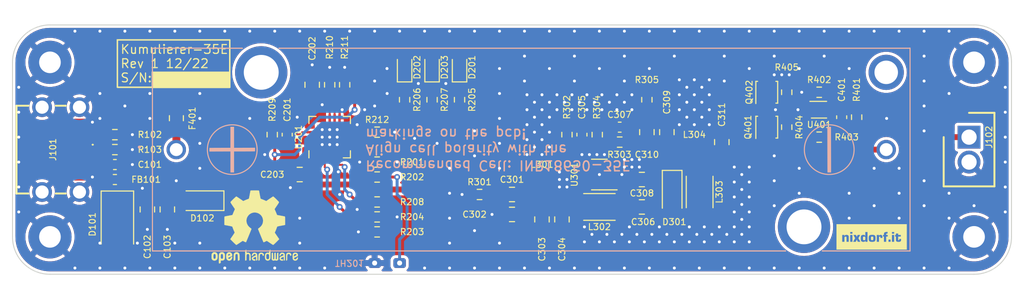
<source format=kicad_pcb>
(kicad_pcb (version 20211014) (generator pcbnew)
  (title_block (comment 4 "AISLER Project ID: VHPVAUCT"))
  (layers (0 "F.Cu" signal) (31 "B.Cu" signal) (34 "B.Paste" user) (35 "F.Paste" user) (36 "B.SilkS" user "B.Silkscreen") (37 "F.SilkS" user "F.Silkscreen") (38 "B.Mask" user) (39 "F.Mask" user) (44 "Edge.Cuts" user))
  (net 0 "")
  (net 1 "Net-(C101-Pad1)")
  (net 2 "GND")
  (net 3 "VBUS")
  (net 4 "+3V8")
  (net 5 "VCC")
  (net 6 "Net-(C301-Pad1)")
  (net 7 "Net-(C301-Pad2)")
  (net 8 "Net-(C306-Pad1)")
  (net 9 "Net-(C306-Pad2)")
  (net 10 "Net-(C307-Pad1)")
  (net 11 "Net-(C307-Pad2)")
  (net 12 "Net-(C310-Pad2)")
  (net 13 "+3V3")
  (net 14 "Net-(C401-Pad1)")
  (net 15 "Net-(D201-Pad1)")
  (net 16 "Net-(D202-Pad1)")
  (net 17 "Net-(D203-Pad1)")
  (net 18 "/CC1")
  (net 19 "/CC2")
  (net 20 "Net-(Q401-Pad1)")
  (net 21 "Net-(Q401-Pad4)")
  (net 22 "Net-(Q401-Pad3)")
  (net 23 "Net-(Q402-Pad3)")
  (net 24 "Net-(R201-Pad1)")
  (net 25 "Net-(R202-Pad1)")
  (net 26 "Net-(R203-Pad1)")
  (net 27 "/PG")
  (net 28 "/STAT1")
  (net 29 "/STAT2")
  (net 30 "/PROG2")
  (net 31 "/CE")
  (net 32 "/PROG1")
  (net 33 "/PROG3")
  (net 34 "/TE")
  (net 35 "Net-(R302-Pad2)")
  (net 36 "Net-(R402-Pad2)")
  (net 39 "/BAT-")
  (net 40 "/BAT+")
  (net 41 "Net-(C103-Pad1)")
  (footprint "Capacitor_SMD:C_0805_2012Metric" (layer "F.Cu") (at 103.378001 91.185999 -90)
    (fp_text reference "C103")
    (fp_text value "10u")
  )
  (footprint "Resistor_SMD:R_0603_1608Metric" (layer "F.Cu") (at 98.044001 85.089999)
    (fp_text reference "R103")
    (fp_text value "5k1")
  )
  (footprint "Capacitor_SMD:C_0805_2012Metric" (layer "F.Cu") (at 141.478001 92.201999 -90)
    (fp_text reference "C303")
    (fp_text value "10u")
  )
  (footprint "LED_SMD:LED_0603_1608Metric" (layer "F.Cu") (at 130.302001 76.707999 90)
    (fp_text reference "D203")
    (fp_text value "RED")
  )
  (footprint "Resistor_SMD:R_0603_1608Metric" (layer "F.Cu") (at 135.128001 89.661999 180)
    (fp_text reference "R301")
    (fp_text value ".47")
  )
  (footprint "Capacitor_SMD:C_0805_2012Metric" (layer "F.Cu") (at 138.430001 91.693999 180)
    (fp_text reference "C302")
    (fp_text value "10u")
  )
  (footprint "Diode_SMD:D_SMA" (layer "F.Cu") (at 98.298001 92.709999 -90)
    (fp_text reference "D101")
    (fp_text value "SMA 5V")
  )
  (footprint "Capacitor_SMD:C_0805_2012Metric" (layer "F.Cu") (at 159.766001 84.327999 90)
    (fp_text reference "C311")
    (fp_text value "10u")
  )
  (footprint "Capacitor_SMD:C_0805_2012Metric" (layer "F.Cu") (at 116.840001 87.629999 180)
    (fp_text reference "C203")
    (fp_text value "10u")
  )
  (footprint "Resistor_SMD:R_0603_1608Metric" (layer "F.Cu") (at 124.714001 87.883999)
    (fp_text reference "R202")
    (fp_text value "0")
  )
  (footprint "MountingHole:MountingHole_2.2mm_M2_Pad" (layer "F.Cu") (at 91.440001 76.199999)
    (fp_text reference "H101" hide)
    (fp_text value "M2")
  )
  (footprint "Resistor_SMD:R_0603_1608Metric" (layer "F.Cu") (at 124.714001 83.311999)
    (fp_text reference "R212")
    (fp_text value "1k")
  )
  (footprint "Resistor_SMD:R_0603_1608Metric" (layer "F.Cu") (at 173.482001 81.787999 -90)
    (fp_text reference "R401")
    (fp_text value "330")
  )
  (footprint "Capacitor_SMD:C_0603_1608Metric" (layer "F.Cu") (at 115.570001 83.565999 90)
    (fp_text reference "C201")
    (fp_text value "100n")
  )
  (footprint "MountingHole:MountingHole_2.2mm_M2_Pad" (layer "F.Cu") (at 185.420001 76.199999)
    (fp_text reference "H102" hide)
    (fp_text value "M2")
  )
  (footprint "Package_SON:WSON-6_1.5x1.5mm_P0.5mm" (layer "F.Cu") (at 169.672001 81.025999)
    (fp_text reference "U401")
    (fp_text value "BQ297xy")
  )
  (footprint "Resistor_SMD:R_0603_1608Metric" (layer "F.Cu") (at 124.714001 91.947999 180)
    (fp_text reference "R204")
    (fp_text value "110k")
  )
  (footprint "Fiducial:Fiducial_1mm_Mask2mm" (layer "F.Cu") (at 180.340001 93.979999)
    (fp_text reference "FID101" hide)
    (fp_text value "Fiducial")
  )
  (footprint "Resistor_SMD:R_0603_1608Metric" (layer "F.Cu") (at 133.096001 80.009999 -90)
    (fp_text reference "R205")
    (fp_text value "1k")
  )
  (footprint "Resistor_SMD:R_0603_1608Metric" (layer "F.Cu") (at 149.384001 84.327999)
    (fp_text reference "R303")
    (fp_text value "16k2")
  )
  (footprint "Inductor_SMD:L_TDK_NLV32_3.2x2.5mm" (layer "F.Cu") (at 147.320001 90.931999)
    (fp_text reference "L302")
    (fp_text value "3.3uH")
  )
  (footprint "Capacitor_SMD:C_0805_2012Metric" (layer "F.Cu") (at 152.146001 83.311999 90)
    (fp_text reference "C310")
    (fp_text value "10u")
  )
  (footprint "LED_SMD:LED_0603_1608Metric" (layer "F.Cu") (at 127.508001 76.707999 90)
    (fp_text reference "D202")
    (fp_text value "RED")
  )
  (footprint "Resistor_SMD:R_0603_1608Metric" (layer "F.Cu") (at 124.714001 90.423999 180)
    (fp_text reference "R208")
    (fp_text value "1k")
  )
  (footprint "Symbol:OSHW-Logo2_9.8x8mm_SilkScreen" (layer "F.Cu") (at 112.268 92.964)
    (fp_text reference "REF**" hide)
    (fp_text value "OSHW-Logo2_9.8x8mm_SilkScreen" hide)
  )
  (footprint "Resistor_SMD:R_0603_1608Metric" (layer "F.Cu") (at 98.044001 83.565999)
    (fp_text reference "R102")
    (fp_text value "5k1")
  )
  (footprint "Resistor_SMD:R_0603_1608Metric" (layer "F.Cu") (at 147.098001 83.565999 90)
    (fp_text reference "R304")
    (fp_text value "10k")
  )
  (footprint "Package_SON:Texas_DQK" (layer "F.Cu") (at 164.338001 79.247999 90)
    (fp_text reference "Q402")
    (fp_text value "CSD17313Q2")
  )
  (footprint "Resistor_SMD:R_0603_1608Metric" (layer "F.Cu") (at 166.370001 79.247999 90)
    (fp_text reference "R405")
    (fp_text value "5M")
  )
  (footprint "Parts_Library:6-440054-2 2 Pin Header" (layer "F.Cu") (at 184.912001 83.819999 -90)
    (fp_text reference "J102")
    (fp_text value "6-440054-2 " hide)
  )
  (footprint "Inductor_SMD:L_TDK_NLV32_3.2x2.5mm" (layer "F.Cu") (at 157.512001 89.407999 90)
    (fp_text reference "L303")
    (fp_text value "3.3uH")
  )
  (footprint "Parts_Library:IND_0806_2016" (layer "F.Cu") (at 156.972001 85.089999)
    (fp_text reference "L304")
    (fp_text value "470nH")
  )
  (footprint "Package_DFN_QFN:QFN-20-1EP_4x4mm_P0.5mm_EP2.5x2.5mm" (layer "F.Cu") (at 119.888001 83.819999 90)
    (fp_text reference "U201")
    (fp_text value "MCP73871-2CC")
  )
  (footprint "Fuse:Fuse_0805_2012Metric" (layer "F.Cu") (at 104.300001 81.889999 90)
    (fp_text reference "F401")
    (fp_text value "6A")
  )
  (footprint "Resistor_SMD:R_0603_1608Metric" (layer "F.Cu") (at 144.018001 83.565999 -90)
    (fp_text reference "R302")
    (fp_text value "100k")
  )
  (footprint "Capacitor_SMD:C_0805_2012Metric" (layer "F.Cu") (at 151.638001 90.931999)
    (fp_text reference "C306")
    (fp_text value "10u")
  )
  (footprint "Parts_Library:USB4125GFA" (layer "F.Cu") (at 91.440001 85.089999 -90)
    (fp_text reference "J101")
    (fp_text value "USB4125-GF-A " hide)
  )
  (footprint "Capacitor_SMD:C_0805_2012Metric" (layer "F.Cu") (at 118.110001 78.485999 90)
    (fp_text reference "C202")
    (fp_text value "10u")
  )
  (footprint "Package_TO_SOT_SMD:SOT-23-5" (layer "F.Cu") (at 147.320001 87.629999 180)
    (fp_text reference "U301")
    (fp_text value "LMR62421XMF")
  )
  (footprint "Resistor_SMD:R_0603_1608Metric" (layer "F.Cu") (at 127.508001 80.009999 -90)
    (fp_text reference "R206")
    (fp_text value "1k")
  )
  (footprint "Capacitor_SMD:C_0805_2012Metric" (layer "F.Cu") (at 151.638001 88.137999 180)
    (fp_text reference "C308")
    (fp_text value "10u")
  )
  (footprint "Resistor_SMD:R_0603_1608Metric" (layer "F.Cu") (at 119.888001 78.485999 -90)
    (fp_text reference "R210")
    (fp_text value "2k2")
  )
  (footprint "Package_SON:Texas_DQK" (layer "F.Cu") (at 164.338001 82.803999 90)
    (fp_text reference "Q401")
    (fp_text value "CSD17313Q2")
  )
  (footprint "Resistor_SMD:R_0603_1608Metric" (layer "F.Cu") (at 124.714001 93.471999)
    (fp_text reference "R203")
    (fp_text value "330k")
  )
  (footprint "Resistor_SMD:R_0603_1608Metric" (layer "F.Cu") (at 166.370001 82.803999 90)
    (fp_text reference "R404")
    (fp_text value "5M")
  )
  (footprint "Resistor_SMD:R_0603_1608Metric" (layer "F.Cu") (at 124.714001 86.359999 180)
    (fp_text reference "R201")
    (fp_text value "0")
  )
  (footprint "Parts_Library:IND_0806_2016" (layer "F.Cu") (at 141.478001 88.645999 -90)
    (fp_text reference "L301")
    (fp_text value "470nH")
  )
  (footprint "Diode_SMD:D_SOD-123F" (layer "F.Cu") (at 106.934001 90.296999 180)
    (fp_text reference "D102")
    (fp_text value "ACDBMS240-HF ")
  )
  (footprint "Inductor_SMD:L_0603_1608Metric" (layer "F.Cu") (at 98.044001 88.137999)
    (fp_text reference "FB101")
    (fp_text value "220")
  )
  (footprint "MountingHole:MountingHole_2.2mm_M2_Pad" (layer "F.Cu") (at 185.420001 93.979999)
    (fp_text reference "H104" hide)
    (fp_text value "M2")
  )
  (footprint "Resistor_SMD:R_0603_1608Metric" (layer "F.Cu") (at 152.146001 80.009999 90)
    (fp_text reference "R305")
    (fp_text value ".47")
  )
  (footprint "Capacitor_SMD:C_0603_1608Metric" (layer "F.Cu") (at 149.384001 82.803999 180)
    (fp_text reference "C307")
    (fp_text value "2n2")
  )
  (footprint "Capacitor_SMD:C_0805_2012Metric" (layer "F.Cu") (at 101.346001 91.185999 -90)
    (fp_text reference "C102")
    (fp_text value "10u")
  )
  (footprint "Capacitor_SMD:C_0805_2012Metric" (layer "F.Cu") (at 138.430001 89.661999 180)
    (fp_text reference "C301")
    (fp_text value "10u")
  )
  (footprint "Capacitor_SMD:C_0805_2012Metric" (layer "F.Cu") (at 154.178001 83.311999 90)
    (fp_text reference "C309")
    (fp_text value "10u")
  )
  (footprint "Resistor_SMD:R_0603_1608Metric" (layer "F.Cu") (at 114.046001 83.565999 90)
    (fp_text reference "R209")
    (fp_text value "1k")
  )
  (footprint "Capacitor_SMD:C_0603_1608Metric" (layer "F.Cu") (at 145.542001 83.565999 90)
    (fp_text reference "C305")
    (fp_text value "100n")
  )
  (footprint "Capacitor_SMD:C_0805_2012Metric" (layer "F.Cu") (at 143.510001 92.201999 -90)
    (fp_text reference "C304")
    (fp_text value "10u")
  )
  (footprint "LED_SMD:LED_0603_1608Metric" (layer "F.Cu") (at 133.096001 76.707999 90)
    (fp_text reference "D201")
    (fp_text value "RED")
  )
  (footprint "Capacitor_SMD:C_0603_1608Metric" (layer "F.Cu") (at 98.044001 86.613999)
    (fp_text reference "C101")
    (fp_text value "100n")
  )
  (footprint "Resistor_SMD:R_0603_1608Metric" (layer "F.Cu") (at 130.302001 80.009999 -90)
    (fp_text reference "R207")
    (fp_text value "1k")
  )
  (footprint "MountingHole:MountingHole_2.2mm_M2_Pad" (layer "F.Cu") (at 91.440001 93.979999)
    (fp_text reference "H103" hide)
    (fp_text value "M2")
  )
  (footprint "Capacitor_SMD:C_0603_1608Metric" (layer "F.Cu") (at 171.958001 81.787999 -90)
    (fp_text reference "C401")
    (fp_text value "100n")
  )
  (footprint "Fiducial:Fiducial_1mm_Mask2mm" (layer "F.Cu") (at 96.520001 76.199999)
    (fp_text reference "FID102" hide)
    (fp_text value "Fiducial")
  )
  (footprint "LOGO" (layer "F.Cu") (at 175.006 93.98)
    (fp_text reference "G***" hide)
    (fp_text value "LOGO" hide)
  )
  (footprint "Resistor_SMD:R_0603_1608Metric" (layer "F.Cu") (at 169.672001 79.247999)
    (fp_text reference "R402")
    (fp_text value "2k2")
  )
  (footprint "Resistor_SMD:R_0603_1608Metric" (layer "F.Cu") (at 169.672001 83.819999 180)
    (fp_text reference "R403")
    (fp_text value "0")
  )
  (footprint "Resistor_SMD:R_0603_1608Metric" (layer "F.Cu") (at 121.412001 78.485999 -90)
    (fp_text reference "R211")
    (fp_text value "22k")
  )
  (footprint "Diode_SMD:D_SOD-123F" (layer "F.Cu") (at 154.718001 89.407999 -90)
    (fp_text reference "D301")
    (fp_text value "ACDBMS240-HF ")
  )
  (footprint "Parts_Library:1043_Battery_holder_18650" (layer "B.Cu") (at 104.287501 85.089499)
    (fp_text reference "BT401" hide)
    (fp_text value "18650-35E" hide)
  )
  (footprint "LOGO" (layer "B.Cu") (at 170.688 85.09 -90)
    (fp_text reference "G***" hide)
    (fp_text value "LOGO" hide)
  )
  (footprint "LOGO" (layer "B.Cu") (at 109.982 85.09 180)
    (fp_text reference "G***" hide)
    (fp_text value "LOGO" hide)
  )
  (footprint "Parts_Library:NRL1104J3380B1F" (layer "B.Cu") (at 127.000001 96.646999 180)
    (fp_text reference "TH201")
    (fp_text value "10k")
  )
  (gr_rect (start 98.298 73.914) (end 109.728 78.74) (layer "F.SilkS") (width 0.15) (fill none))
  (gr_rect (start 109.728 78.74) (end 101.854 77.216) (layer "F.SilkS") (width 0.15) (fill solid))
  (gr_line (start 185.420001 97.789999) (end 91.440001 97.789999) (layer "Edge.Cuts") (width 0.1))
  (gr_arc (start 87.630001 76.199999) (mid 88.745924 73.505922) (end 91.440001 72.389999) (layer "Edge.Cuts") (width 0.1))
  (gr_line (start 87.630001 76.199999) (end 87.630001 93.979999) (layer "Edge.Cuts") (width 0.1))
  (gr_arc (start 185.420001 72.389999) (mid 188.114078 73.505922) (end 189.230001 76.199999) (layer "Edge.Cuts") (width 0.1))
  (gr_arc (start 189.230001 93.979999) (mid 188.114078 96.674076) (end 185.420001 97.789999) (layer "Edge.Cuts") (width 0.1))
  (gr_line (start 189.230001 76.199999) (end 189.230001 93.979999) (layer "Edge.Cuts") (width 0.1))
  (gr_arc (start 91.440001 97.789999) (mid 88.745924 96.674076) (end 87.630001 93.979999) (layer "Edge.Cuts") (width 0.1))
  (gr_line (start 91.440001 72.389999) (end 185.420001 72.389999) (layer "Edge.Cuts") (width 0.1))
  (gr_text "Recommended Cell: INR18650-35E\nAlign cell polarity with the\nmarkings on the pcb!" (at 123.444 85.09 180) (layer "B.SilkS") (effects (font (size 1 1)) (justify left mirror)))
  (gr_text "Kumulierer-35E\nRev 1 12/22\nS/N:" (at 98.552 76.327) (layer "F.SilkS") (effects (font (size 0.9 0.9) (thickness 0.12)) (justify left)))
  (segment (start 98.772001 90.235999) (end 98.298001 90.709999) (width 0.6) (layer "F.Cu") (net 1))
  (segment (start 98.518001 90.235999) (end 98.044001 90.709999) (width 0.8) (layer "F.Cu") (net 1))
  (segment (start 92.710001 85.999999) (end 93.320001 86.609999) (width 0.6) (layer "F.Cu") (net 1))
  (segment (start 94.520001 83.569999) (end 93.214001 83.569999) (width 0.6) (layer "F.Cu") (net 1))
  (segment (start 97.269001 86.613999) (end 97.269001 88.125499) (width 0.6) (layer "F.Cu") (net 1))
  (segment (start 101.346001 90.235999) (end 98.772001 90.235999) (width 0.6) (layer "F.Cu") (net 1))
  (segment (start 97.269001 88.125499) (end 97.256501 88.137999) (width 0.6) (layer "F.Cu") (net 1))
  (segment (start 97.256501 89.668499) (end 98.298001 90.709999) (width 0.6) (layer "F.Cu") (net 1))
  (segment (start 97.265001 86.609999) (end 97.269001 86.613999) (width 0.6) (layer "F.Cu") (net 1))
  (segment (start 93.320001 86.609999) (end 94.520001 86.609999) (width 0.6) (layer "F.Cu") (net 1))
  (segment (start 93.214001 83.569999) (end 92.710001 84.073999) (width 0.6) (layer "F.Cu") (net 1))
  (segment (start 94.520001 86.609999) (end 97.265001 86.609999) (width 0.6) (layer "F.Cu") (net 1))
  (segment (start 92.710001 84.073999) (end 92.710001 85.999999) (width 0.6) (layer "F.Cu") (net 1))
  (segment (start 97.256501 88.137999) (end 97.256501 89.668499) (width 0.6) (layer "F.Cu") (net 1))
  (segment (start 99.822001 86.613999) (end 98.819001 86.613999) (width 0.6) (layer "F.Cu") (net 2))
  (segment (start 94.564001 82.295999) (end 94.520001 82.339999) (width 0.6) (layer "F.Cu") (net 2))
  (segment (start 118.110001 76.453999) (end 118.110001 77.535999) (width 0.6) (layer "F.Cu") (net 2))
  (segment (start 99.822001 85.089999) (end 98.869001 85.089999) (width 0.6) (layer "F.Cu") (net 2))
  (segment (start 95.758001 87.883999) (end 94.564001 87.883999) (width 0.6) (layer "F.Cu") (net 2))
  (segment (start 116.332001 82.790999) (end 116.586001 82.536999) (width 0.6) (layer "F.Cu") (net 2))
  (segment (start 120.888001 81.882499) (end 120.888001 81.295999) (width 0.2) (layer "F.Cu") (net 2))
  (segment (start 137.480001 91.693999) (end 136.398001 91.693999) (width 0.6) (layer "F.Cu") (net 2))
  (segment (start 148.457501 87.629999) (end 149.606001 87.629999) (width 0.6) (layer "F.Cu") (net 2))
  (segment (start 134.303001 89.661999) (end 133.350001 89.661999) (width 0.6) (layer "F.Cu") (net 2))
  (segment (start 98.806001 95.217999) (end 98.298001 94.709999) (width 0.6) (layer "F.Cu") (net 2))
  (segment (start 122.682001 82.549999) (end 122.412001 82.819999) (width 0.2) (layer "F.Cu") (net 2))
  (segment (start 120.888001 81.295999) (end 121.158001 81.025999) (width 0.2) (layer "F.Cu") (net 2))
  (segment (start 101.346001 92.135999) (end 101.346001 93.217999) (width 0.6) (layer "F.Cu") (net 2))
  (segment (start 103.378001 92.135999) (end 103.378001 93.217999) (width 0.6) (layer "F.Cu") (net 2))
  (segment (start 122.412001 82.819999) (end 121.825501 82.819999) (width 0.2) (layer "F.Cu") (net 2))
  (segment (start 148.457501 87.629999) (end 147.320001 87.629999) (width 0.6) (layer "F.Cu") (net 2))
  (segment (start 167.894001 79.247999) (end 168.847001 79.247999) (width 0.6) (layer "F.Cu") (net 2))
  (segment (start 116.586001 82.536999) (end 116.586001 81.787999) (width 0.6) (layer "F.Cu") (net 2))
  (segment (start 120.888001 82.819999) (end 119.888001 83.819999) (width 0.2) (layer "F.Cu") (net 2))
  (segment (start 125.539001 83.311999) (end 126.492001 83.311999) (width 0.6) (layer "F.Cu") (net 2))
  (segment (start 95.758001 82.295999) (end 94.564001 82.295999) (width 0.6) (layer "F.Cu") (net 2))
  (segment (start 119.888001 76.707999) (end 119.888001 77.660999) (width 0.6) (layer "F.Cu") (net 2))
  (segment (start 99.822001 83.565999) (end 98.869001 83.565999) (width 0.6) (layer "F.Cu") (net 2))
  (segment (start 94.564001 87.883999) (end 94.520001 87.839999) (width 0.6) (layer "F.Cu") (net 2))
  (segment (start 115.570001 82.790999) (end 116.332001 82.790999) (width 0.6) (layer "F.Cu") (net 2))
  (segment (start 120.888001 81.882499) (end 120.888001 82.819999) (width 0.2) (layer "F.Cu") (net 2))
  (segment (start 121.825501 82.819999) (end 120.888001 82.819999) (width 0.2) (layer "F.Cu") (net 2))
  (segment (start 115.890001 87.629999) (end 115.890001 88.965999) (width 0.6) (layer "F.Cu") (net 2))
  (via (at 180.340001 83.184999) (size 0.6) (drill 0.3) (layers "F.Cu" "B.Cu") (net 2))
  (via (at 154.940001 97.154999) (size 0.6) (drill 0.3) (layers "F.Cu" "B.Cu") (net 2))
  (via (at 158.496001 82.549999) (size 0.6) (drill 0.3) (layers "F.Cu" "B.Cu") (net 2))
  (via (at 142.240001 81.787999) (size 0.6) (drill 0.3) (layers "F.Cu" "B.Cu") (net 2))
  (via (at 139.700001 73.024999) (size 0.6) (drill 0.3) (layers "F.Cu" "B.Cu") (net 2))
  (via (at 165.862001 77.465256) (size 0.6) (drill 0.3) (layers "F.Cu" "B.Cu") (net 2))
  (via (at 103.378001 93.217999) (size 0.6) (drill 0.3) (layers "F.Cu" "B.Cu") (net 2))
  (via (at 154.940001 75.564999) (size 0.6) (drill 0.3) (layers "F.Cu" "B.Cu") (net 2))
  (via (at 142.240001 83.311999) (size 0.6) (drill 0.3) (layers "F.Cu" "B.Cu") (net 2))
  (via (at 151.384001 86.105999) (size 0.6) (drill 0.3) (layers "F.Cu" "B.Cu") (net 2))
  (via (at 133.350001 89.661999) (size 0.6) (drill 0.3) (layers "F.Cu" "B.Cu") (net 2))
  (via (at 148.082001 93.725999) (size 0.6) (drill 0.3) (layers "F.Cu" "B.Cu") (net 2))
  (via (at 162.560001 91.439999) (size 0.6) (drill 0.3) (layers "F.Cu" "B.Cu") (net 2))
  (via (at 109.220001 73.024999) (size 0.6) (drill 0.3) (layers "F.Cu" "B.Cu") (net 2))
  (via (at 128.524001 83.946999) (size 0.6) (drill 0.3) (layers "F.Cu" "B.Cu") (net 2))
  (via (at 93.980001 97.154999) (size 0.6) (drill 0.3) (layers "F.Cu" "B.Cu") (net 2))
  (via (at 154.940001 73.024999) (size 0.6) (drill 0.3) (layers "F.Cu" "B.Cu") (net 2))
  (via (at 149.860001 75.564999) (size 0.6) (drill 0.3) (layers "F.Cu" "B.Cu") (net 2))
  (via (at 111.760001 73.024999) (size 0.6) (drill 0.3) (layers "F.Cu" "B.Cu") (net 2))
  (via (at 99.060001 73.024999) (size 0.6) (drill 0.3) (layers "F.Cu" "B.Cu") (net 2))
  (via (at 95.758001 87.883999) (size 0.6) (drill 0.3) (layers "F.Cu" "B.Cu") (net 2))
  (via (at 106.680001 86.994999) (size 0.6) (drill 0.3) (layers "F.Cu" "B.Cu") (net 2))
  (via (at 104.140001 97.154999) (size 0.6) (drill 0.3) (layers "F.Cu" "B.Cu") (net 2))
  (via (at 122.682001 91.185999) (size 0.6) (drill 0.3) (layers "F.Cu" "B.Cu") (net 2))
  (via (at 147.574001 81.025999) (size 0.6) (drill 0.3) (layers "F.Cu" "B.Cu") (net 2))
  (via (at 139.700001 75.564999) (size 0.6) (drill 0.3) (layers "F.Cu" "B.Cu") (net 2))
  (via (at 132.080001 92.074999) (size 0.6) (drill 0.3) (layers "F.Cu" "B.Cu") (net 2))
  (via (at 119.380001 73.024999) (size 0.6) (drill 0.3) (layers "F.Cu" "B.Cu") (net 2))
  (via (at 150.622001 86.867999) (size 0.6) (drill 0.3) (layers "F.Cu" "B.Cu") (net 2))
  (via (at 139.954001 84.073999) (size 0.6) (drill 0.3) (layers "F.Cu" "B.Cu") (net 2))
  (via (at 106.680001 73.024999) (size 0.6) (drill 0.3) (layers "F.Cu" "B.Cu") (net 2))
  (via (at 141.478001 85.597999) (size 0.6) (drill 0.3) (layers "F.Cu" "B.Cu") (net 2))
  (via (at 172.720001 76.834999) (size 0.6) (drill 0.3) (layers "F.Cu" "B.Cu") (net 2))
  (via (at 161.798001 92.201999) (size 0.6) (drill 0.3) (layers "F.Cu" "B.Cu") (net 2))
  (via (at 96.520001 81.914999) (size 0.6) (drill 0.3) (layers "F.Cu" "B.Cu") (net 2))
  (via (at 156.972001 79.501999) (size 0.6) (drill 0.3) (layers "F.Cu" "B.Cu") (net 2))
  (via (at 130.810001 84.454999) (size 0.6) (drill 0.3) (layers "F.Cu" "B.Cu") (net 2))
  (via (at 145.796001 94.487999) (size 0.6) (drill 0.3) (layers "F.Cu" "B.Cu") (net 2))
  (via (at 149.860001 78.104999) (size 0.6) (drill 0.3) (layers "F.Cu" "B.Cu") (net 2))
  (via (at 134.620001 73.024999) (size 0.6) (drill 0.3) (layers "F.Cu" "B.Cu") (net 2))
  (via (at 142.240001 76.834999) (size 0.6) (drill 0.3) (layers "F.Cu" "B.Cu") (net 2))
  (via (at 177.8 89.535) (size 0.6) (drill 0.3) (layers "F.Cu" "B.Cu") (net 2))
  (via (at 127.000001 73.024999) (size 0.6) (drill 0.3) (layers "F.Cu" "B.Cu") (net 2))
  (via (at 147.066001 85.597999) (size 0.6) (drill 0.3) (layers "F.Cu" "B.Cu") (net 2))
  (via (at 124.460001 78.104999) (size 0.6) (drill 0.3) (layers "F.Cu" "B.Cu") (net 2))
  (via (at 180.340001 80.644999) (size 0.6) (drill 0.3) (layers "F.Cu" "B.Cu") (net 2))
  (via (at 132.080001 89.534999) (size 0.6) (drill 0.3) (layers "F.Cu" "B.Cu") (net 2))
  (via (at 149.098001 81.025999) (size 0.6) (drill 0.3) (layers "F.Cu" "B.Cu") (net 2))
  (via (at 144.780001 78.104999) (size 0.6) (drill 0.3) (layers "F.Cu" "B.Cu") (net 2))
  (via (at 162.560001 73.024999) (size 0.6) (drill 0.3) (layers "F.Cu" "B.Cu") (net 2))
  (via (at 119.888001 76.707999) (size 0.6) (drill 0.3) (layers "F.Cu" "B.Cu") (net 2))
  (via (at 143.256001 87.375999) (size 0.6) (drill 0.3) (layers "F.Cu" "B.Cu") (net 2))
  (via (at 146.050001 79.501999) (size 0.6) (drill 0.3) (layers "F.Cu" "B.Cu") (net 2))
  (via (at 162.560001 88.391999) (size 0.6) (drill 0.3) (layers "F.Cu" "B.Cu") (net 2))
  (via (at 139.954001 85.597999) (size 0.6) (drill 0.3) (layers "F.Cu" "B.Cu") (net 2))
  (via (at 99.822001 85.089999) (size 0.6) (drill 0.3) (layers "F.Cu" "B.Cu") (net 2))
  (via (at 175.260001 97.154999) (size 0.6) (drill 0.3) (layers "F.Cu" "B.Cu") (net 2))
  (via (at 141.478001 79.501999) (size 0.6) (drill 0.3) (layers "F.Cu" "B.Cu") (net 2))
  (via (at 137.160001 84.454999) (size 0.6) (drill 0.3) (layers "F.Cu" "B.Cu") (net 2))
  (via (at 182.880001 79.374999) (size 0.6) (drill 0.3) (layers "F.Cu" "B.Cu") (net 2))
  (via (at 167.513001 81.025999) (size 0.6) (drill 0.3) (layers "F.Cu" "B.Cu") (net 2))
  (via (at 162.560001 89.915999) (size 0.6) (drill 0.3) (layers "F.Cu" "B.Cu") (net 2))
  (via (at 155.448001 82.549999) (size 0.6) (drill 0.3) (layers "F.Cu" "B.Cu") (net 2))
  (via (at 175.26 90.805) (size 0.6) (drill 0.3) (layers "F.Cu" "B.Cu") (net 2))
  (via (at 165.100001 77.469999) (size 0.6) (drill 0.3) (layers "F.Cu" "B.Cu") (net 2))
  (via (at 126.746001 86.359999) (size 0.6) (drill 0.3) (layers "F.Cu" "B.Cu") (net 2))
  (via (at 188.595001 81.279999) (size 0.6) (drill 0.3) (layers "F.Cu" "B.Cu") (net 2))
  (via (at 88.265001 91.439999) (size 0.6) (drill 0.3) (layers "F.Cu" "B.Cu") (net 2))
  (via (at 180.340001 88.264999) (size 0.6) (drill 0.3) (layers "F.Cu" "B.Cu") (net 2))
  (via (at 167.640001 86.994999) (size 0.6) (drill 0.3) (layers "F.Cu" "B.Cu") (net 2))
  (via (at 161.036001 89.915999) (size 0.6) (drill 0.3) (layers "F.Cu" "B.Cu") (net 2))
  (via (at 180.340001 75.564999) (size 0.6) (drill 0.3) (layers "F.Cu" "B.Cu") (net 2))
  (via (at 120.762501 87.356566) (size 0.6) (drill 0.3) (layers "F.Cu" "B.Cu") (net 2))
  (via (at 142.240001 84.835999) (size 0.6) (drill 0.3) (layers "F.Cu" "B.Cu") (net 2))
  (via (at 113.284001 85.597999) (size 0.6) (drill 0.3) (layers "F.Cu" "B.Cu") (net 2))
  (via (at 137.160001 86.994999) (size 0.6) (drill 0.3) (layers "F.Cu" "B.Cu") (net 2))
  (via (at 156.464001 92.963999) (size 0.6) (drill 0.3) (layers "F.Cu" "B.Cu") (net 2))
  (via (at 134.620001 85.724999) (size 0.6) (drill 0.3) (layers "F.Cu" "B.Cu") (net 2))
  (via (at 122.936001 86.359999) (size 0.6) (drill 0.3) (layers "F.Cu" "B.Cu") (net 2))
  (via (at 166.624001 77.469999) (size 0.6) (drill 0.3) (layers "F.Cu" "B.Cu") (net 2))
  (via (at 154.940001 94.487999) (size 0.6) (drill 0.3) (layers "F.Cu" "B.Cu") (net 2))
  (via (at 152.400001 76.834999) (size 0.6) (drill 0.3) (layers "F.Cu" "B.Cu") (net 2))
  (via (at 165.100001 75.564999) (size 0.6) (drill 0.3) (layers "F.Cu" "B.Cu") (net 2))
  (via (at 121.412001 76.707999) (size 0.6) (drill 0.3) (layers "F.Cu" "B.Cu") (net 2))
  (via (at 148.336001 80.263999) (size 0.6) (drill 0.3) (layers "F.Cu" "B.Cu") (net 2))
  (via (at 116.840001 94.614999) (size 0.6) (drill 0.3) (layers "F.Cu" "B.Cu") (net 2))
  (via (at 141.478001 82.549999) (size 0.6) (drill 0.3) (layers "F.Cu" "B.Cu") (net 2))
  (via (at 150.368001 92.963999) (size 0.6) (drill 0.3) (layers "F.Cu" "B.Cu") (net 2))
  (via (at 137.160001 73.024999) (size 0.6) (drill 0.3) (layers "F.Cu" "B.Cu") (net 2))
  (via (at 165.100001 85.724999) (size 0.6) (drill 0.3) (layers "F.Cu" "B.Cu") (net 2))
  (via (at 142.240001 97.154999) (size 0.6) (drill 0.3) (layers "F.Cu" "B.Cu") (net 2))
  (via (at 151.130001 93.725999) (size 0.6) (drill 0.3) (layers "F.Cu" "B.Cu") (net 2))
  (via (at 150.368001 94.487999) (size 0.6) (drill 0.3) (layers "F.Cu" "B.Cu") (net 2))
  (via (at 149.860001 97.154999) (size 0.6) (drill 0.3) (layers "F.Cu" "B.Cu") (net 2))
  (via (at 147.574001 79.501999) (size 0.6) (drill 0.3) (layers "F.Cu" "B.Cu") (net 2))
  (via (at 99.060001 97.154999) (size 0.6) (drill 0.3) (layers "F.Cu" "B.Cu") (net 2))
  (via (at 182.880001 92.074999) (size 0.6) (drill 0.3) (layers "F.Cu" "B.Cu") (net 2))
  (via (at 145.288001 80.263999) (size 0.6) (drill 0.3) (layers "F.Cu" "B.Cu") (net 2))
  (via (at 116.84 92.075) (size 0.6) (drill 0.3) (layers "F.Cu" "B.Cu") (net 2))
  (via (at 140.716001 84.835999) (size 0.6) (drill 0.3) (layers "F.Cu" "B.Cu") (net 2))
  (via (at 104.140001 73.024999) (size 0.6) (drill 0.3) (layers "F.Cu" "B.Cu") (net 2))
  (via (at 161.036001 91.439999) (size 0.6) (drill 0.3) (layers "F.Cu" "B.Cu") (net 2))
  (via (at 114.300001 97.154999) (size 0.6) (drill 0.3) (layers "F.Cu" "B.Cu") (net 2))
  (via (at 182.880001 89.534999) (size 0.6) (drill 0.3) (layers "F.Cu" "B.Cu") (net 2))
  (via (at 188.595001 91.439999) (size 0.6) (drill 0.3) (layers "F.Cu" "B.Cu") (net 2))
  (via (at 157.734001 80.263999) (size 0.6) (drill 0.3) (layers "F.Cu" "B.Cu") (net 2))
  (via (at 160.020001 78.104999) (size 0.6) (drill 0.3) (layers "F.Cu" "B.Cu") (net 2))
  (via (at 150.622001 86.105999) (size 0.6) (drill 0.3) (layers "F.Cu" "B.Cu") (net 2))
  (via (at 143.256001 88.137999) (size 0.6) (drill 0.3) (layers "F.Cu" "B.Cu") (net 2))
  (via (at 147.320001 76.834999) (size 0.6) (drill 0.3) (layers "F.Cu" "B.Cu") (net 2))
  (via (at 121.920001 73.024999) (size 0.6) (drill 0.3) (layers "F.Cu" "B.Cu") (net 2))
  (via (at 158.496001 77.977999) (size 0.6) (drill 0.3) (layers "F.Cu" "B.Cu") (net 2))
  (via (at 147.320001 73.024999) (size 0.6) (drill 0.3) (layers "F.Cu" "B.Cu") (net 2))
  (via (at 137.160001 94.614999) (size 0.6) (drill 0.3) (layers "F.Cu" "B.Cu") (net 2))
  (via (at 137.160001 97.154999) (size 0.6) (drill 0.3) (layers "F.Cu" "B.Cu") (net 2))
  (via (at 88.265001 81.279999) (size 0.6) (drill 0.3) (layers "F.Cu" "B.Cu") (net 2))
  (via (at 157.734001 81.787999) (size 0.6) (drill 0.3) (layers "F.Cu" "B.Cu") (net 2))
  (via (at 170.180001 75.564999) (size 0.6) (drill 0.3) (layers "F.Cu" "B.Cu") (net 2))
  (via (at 146.304001 85.597999) (size 0.6) (drill 0.3) (layers "F.Cu" "B.Cu") (net 2))
  (via (at 129.540001 97.154999) (size 0.6) (drill 0.3) (layers "F.Cu" "B.Cu") (net 2))
  (via (at 177.800001 73.024999) (size 0.6) (drill 0.3) (layers "F.Cu" "B.Cu") (net 2))
  (via (at 119.126001 80.517999) (size 0.6) (drill 0.3) (layers "F.Cu" "B.Cu") (net 2))
  (via (at 132.080001 94.614999) (size 0.6) (drill 0.3) (layers "F.Cu" "B.Cu") (net 2))
  (via (at 152.400001 97.154999) (size 0.6) (drill 0.3) (layers "F.Cu" "B.Cu") (net 2))
  (via (at 145.542001 85.597999) (size 0.6) (drill 0.3) (layers "F.Cu" "B.Cu") (net 2))
  (via (at 180.340001 73.024999) (size 0.6) (drill 0.3) (layers "F.Cu" "B.Cu") (net 2))
  (via (at 161.798001 87.629999) (size 0.6) (drill 0.3) (layers "F.Cu" "B.Cu") (net 2))
  (via (at 88.265001 83.819999) (size 0.6) (drill 0.3) (layers "F.Cu" "B.Cu") (net 2))
  (via (at 185.420001 90.804999) (size 0.6) (drill 0.3) (layers "F.Cu" "B.Cu") (net 2))
  (via (at 160.020001 97.154999) (size 0.6) (drill 0.3) (layers "F.Cu" "B.Cu") (net 2))
  (via (at 144.780001 75.564999) (size 0.6) (drill 0.3) (layers "F.Cu" "B.Cu") (net 2))
  (via (at 96.520001 73.024999) (size 0.6) (drill 0.3) (layers "F.Cu" "B.Cu") (net 2))
  (via (at 119.126001 84.581999) (size 0.6) (drill 0.3) (layers "F.Cu" "B.Cu") (net 2))
  (via (at 137.160001 81.914999) (size 0.6) (drill 0.3) (layers "F.Cu" "B.Cu") (net 2))
  (via (at 146.558001 93.725999) (size 0.6) (drill 0.3) (layers "F.Cu" "B.Cu") (net 2))
  (via (at 159.512001 94.487999) (size 0.6) (drill 0.3) (layers "F.Cu" "B.Cu") (net 2))
  (via (at 175.26 86.995) (size 0.6) (drill 0.3) (layers "F.Cu" "B.Cu") (net 2))
  (via (at 101.346001 93.217999) (size 0.6) (drill 0.3) (layers "F.Cu" "B.Cu") (net 2))
  (via (at 180.340001 78.104999) (size 0.6) (drill 0.3) (layers "F.Cu" "B.Cu") (net 2))
  (via (at 106.680001 79.374999) (size 0.6) (drill 0.3) (layers "F.Cu" "B.Cu") (net 2))
  (via (at 141.478001 84.073999) (size 0.6) (drill 0.3) (layers "F.Cu" "B.Cu") (net 2))
  (via (at 115.890001 88.965999) (size 0.6) (drill 0.3) (layers "F.Cu" "B.Cu") (net 2))
  (via (at 143.002001 81.025999) (size 0.6) (drill 0.3) (layers "F.Cu" "B.Cu") (net 2))
  (via (at 116.586001 81.787999) (size 0.6) (drill 0.3) (layers "F.Cu" "B.Cu") (net 2))
  (via (at 143.256001 88.899999) (size 0.6) (drill 0.3) (layers "F.Cu" "B.Cu") (net 2))
  (via (at 134.620001 83.184999) (size 0.6) (drill 0.3) (layers "F.Cu" "B.Cu") (net 2))
  (via (at 156.972001 81.025999) (size 0.6) (drill 0.3) (layers "F.Cu" "B.Cu") (net 2))
  (via (at 159.512001 92.963999) (size 0.6) (drill 0.3) (layers "F.Cu" "B.Cu") (net 2))
  (via (at 144.526001 79.501999) (size 0.6) (drill 0.3) (layers "F.Cu" "B.Cu") (net 2))
  (via (at 157.734001 78.739999) (size 0.6) (drill 0.3) (layers "F.Cu" "B.Cu") (net 2))
  (via (at 149.860001 86.867999) (size 0.6) (drill 0.3) (layers "F.Cu" "B.Cu") (net 2))
  (via (at 188.595001 78.739999) (size 0.6) (drill 0.3) (layers "F.Cu" "B.Cu") (net 2))
  (via (at 170.180001 73.024999) (size 0.6) (drill 0.3) (layers "F.Cu" "B.Cu") (net 2))
  (via (at 140.716001 83.311999) (size 0.6) (drill 0.3) (layers "F.Cu" "B.Cu") (net 2))
  (via (at 131.699001 78.358999) (size 0.6) (drill 0.3) (layers "F.Cu" "B.Cu") (net 2))
  (via (at 118.110001 76.453999) (size 0.6) (drill 0.3) (layers "F.Cu" "B.Cu") (net 2))
  (via (at 120.904001 89.661999) (size 0.6) (drill 0.3) (layers "F.Cu" "B.Cu") (net 2))
  (via (at 156.210001 80.263999) (size 0.6) (drill 0.3) (layers "F.Cu" "B.Cu") (net 2))
  (via (at 125.716908 76.834034) (size 0.6) (drill 0.3) (layers "F.Cu" "B.Cu") (net 2))
  (via (at 188.595001 83.819999) (size 0.6) (drill 0.3) (layers "F.Cu" "B.Cu") (net 2))
  (via (at 161.036001 94.487999) (size 0.6) (drill 0.3) (layers "F.Cu" "B.Cu") (net 2))
  (via (at 157.226001 93.725999) (size 0.6) (drill 0.3) (layers "F.Cu" "B.Cu") (net 2))
  (via (at 139.954001 81.025999) (size 0.6) (drill 0.3) (layers "F.Cu" "B.Cu") (net 2))
  (via (at 144.018001 88.137999) (size 0.6) (drill 0.3) (layers "F.Cu" "B.Cu") (net 2))
  (via (at 161.036001 92.963999) (size 0.6) (drill 0.3) (layers "F.Cu" "B.Cu") (net 2))
  (via (at 119.380001 97.154999) (size 0.6) (drill 0.3) (layers "F.Cu" "B.Cu") (net 2))
  (via (at 156.972001 77.977999) (size 0.6) (drill 0.3) (layers "F.Cu" "B.Cu") (net 2))
  (via (at 161.798001 93.725999) (size 0.6) (drill 0.3) (layers "F.Cu" "B.Cu") (net 2))
  (via (at 119.888001 83.057999) (size 0.6) (drill 0.3) (layers "F.Cu" "B.Cu") (net 2))
  (via (at 148.844001 94.487999) (size 0.6) (drill 0.3) (layers "F.Cu" "B.Cu") (net 2))
  (via (at 172.720001 97.154999) (size 0.6) (drill 0.3) (layers "F.Cu" "B.Cu") (net 2))
  (via (at 147.320001 97.154999) (size 0.6) (drill 0.3) (layers "F.Cu" "B.Cu") (net 2))
  (via (at 88.265001 78.739999) (size 0.6) (drill 0.3) (layers "F.Cu" "B.Cu") (net 2))
  (via (at 153.416001 92.963999) (size 0.6) (drill 0.3) (layers "F.Cu" "B.Cu") (net 2))
  (via (at 158.496001 81.025999) (size 0.6) (drill 0.3) (layers "F.Cu" "B.Cu") (net 2))
  (via (at 154.178001 93.725999) (size 0.6) (drill 0.3) (layers "F.Cu" "B.Cu") (net 2))
  (via (at 93.980001 73.024999) (size 0.6) (drill 0.3) (layers "F.Cu" "B.Cu") (net 2))
  (via (at 144.780001 97.154999) (size 0.6) (drill 0.3) (layers "F.Cu" "B.Cu") (net 2))
  (via (at 96.520001 97.154999) (size 0.6) (drill 0.3) (layers "F.Cu" "B.Cu") (net 2))
  (via (at 116.840001 97.154999) (size 0.6) (drill 0.3) (layers "F.Cu" "B.Cu") (net 2))
  (via (at 145.796001 92.963999) (size 0.6) (drill 0.3) (layers "F.Cu" "B.Cu") (net 2))
  (via (at 149.606001 93.725999) (size 0.6) (drill 0.3) (layers "F.Cu" "B.Cu") (net 2))
  (via (at 101.600001 97.154999) (size 0.6) (drill 0.3) (layers "F.Cu" "B.Cu") (net 2))
  (via (at 162.560001 86.867999) (size 0.6) (drill 0.3) (layers "F.Cu" "B.Cu") (net 2))
  (via (at 116.840001 73.024999) (size 0.6) (drill 0.3) (layers "F.Cu" "B.Cu") (net 2))
  (via (at 120.650001 83.819999) (size 0.6) (drill 0.3) (layers "F.Cu" "B.Cu") (net 2))
  (via (at 122.682001 82.549999) (size 0.6) (drill 0.3) (layers "F.Cu" "B.Cu") (net 2))
  (via (at 122.809001 93.471999) (size 0.6) (drill 0.3) (layers "F.Cu" "B.Cu") (net 2))
  (via (at 100.330001 94.614999) (size 0.6) (drill 0.3) (layers "F.Cu" "B.Cu") (net 2))
  (via (at 139.954001 82.549999) (size 0.6) (drill 0.3) (layers "F.Cu" "B.Cu") (net 2))
  (via (at 167.894001 79.247999) (size 0.6) (drill 0.3) (layers "F.Cu" "B.Cu") (net 2))
  (via (at 167.640001 89.534999) (size 0.6) (drill 0.3) (layers "F.Cu" "B.Cu") (net 2))
  (via (at 139.700001 97.154999) (size 0.6) (drill 0.3) (layers "F.Cu" "B.Cu") (net 2))
  (via (at 142.240001 80.263999) (size 0.6) (drill 0.3) (layers "F.Cu" "B.Cu") (net 2))
  (via (at 137.160001 76.834999) (size 0.6) (drill 0.3) (layers "F.Cu" "B.Cu") (net 2))
  (via (at 155.702001 93.725999) (size 0.6) (drill 0.3) (layers "F.Cu" "B.Cu") (net 2))
  (via (at 125.730001 79.374999) (size 0.6) (drill 0.3) (layers "F.Cu" "B.Cu") (net 2))
  (via (at 106.680001 84.454999) (size 0.6) (drill 0.3) (layers "F.Cu" "B.Cu") (net 2))
  (via (at 156.210001 78.739999) (size 0.6) (drill 0.3) (layers "F.Cu" "B.Cu") (net 2))
  (via (at 167.640001 76.834999) (size 0.6) (drill 0.3) (layers "F.Cu" "B.Cu") (net 2))
  (via (at 111.760001 97.154999) (size 0.6) (drill 0.3) (layers "F.Cu" "B.Cu") (net 2))
  (via (at 162.560001 76.834999) (size 0.6) (drill 0.3) (layers "F.Cu" "B.Cu") (net 2))
  (via (at 99.822001 86.613999) (size 0.6) (drill 0.3) (layers "F.Cu" "B.Cu") (net 2))
  (via (at 155.448001 77.977999) (size 0.6) (drill 0.3) (layers "F.Cu" "B.Cu") (net 2))
  (via (at 106.680001 94.614999) (size 0.6) (drill 0.3) (layers "F.Cu" "B.Cu") (net 2))
  (via (at 137.160001 79.374999) (size 0.6) (drill 0.3) (layers "F.Cu" "B.Cu") (net 2))
  (via (at 109.220001 97.154999) (size 0.6) (drill 0.3) (layers "F.Cu" "B.Cu") (net 2))
  (via (at 150.622001 81.025999) (size 0.6) (drill 0.3) (layers "F.Cu" "B.Cu") (net 2))
  (via (at 150.622001 79.501999) (size 0.6) (drill 0.3) (layers "F.Cu" "B.Cu") (net 2))
  (via (at 106.680001 81.914999) (size 0.6) (drill 0.3) (layers "F.Cu" "B.Cu") (net 2))
  (via (at 151.384001 86.867999) (size 0.6) (drill 0.3) (layers "F.Cu" "B.Cu") (net 2))
  (via (at 180.340001 90.804999) (size 0.6) (drill 0.3) (layers "F.Cu" "B.Cu") (net 2))
  (via (at 132.080001 86.994999) (size 0.6) (drill 0.3) (layers "F.Cu" "B.Cu") (net 2))
  (via (at 161.798001 90.677999) (size 0.6) (drill 0.3) (layers "F.Cu" "B.Cu") (net 2))
  (via (at 119.126001 83.057999) (size 0.6) (drill 0.3) (layers "F.Cu" "B.Cu") (net 2))
  (via (at 165.100001 90.804999) (size 0.6) (drill 0.3) (layers "F.Cu" "B.Cu") (net 2))
  (via (at 165.100001 97.154999) (size 0.6) (drill 0.3) (layers "F.Cu" "B.Cu") (net 2))
  (via (at 88.265001 88.899999) (size 0.6) (drill 0.3) (layers "F.Cu" "B.Cu") (net 2))
  (via (at 140.716001 80.263999) (size 0.6) (drill 0.3) (layers "F.Cu" "B.Cu") (net 2))
  (via (at 177.8 92.075) (size 0.6) (drill 0.3) (layers "F.Cu" "B.Cu") (net 2))
  (via (at 177.800001 86.994999) (size 0.6) (drill 0.3) (layers "F.Cu" "B.Cu") (net 2))
  (via (at 129.540001 73.024999) (size 0.6) (drill 0.3) (layers "F.Cu" "B.Cu") (net 2))
  (via (at 126.492001 83.311999) (size 0.6) (drill 0.3) (layers "F.Cu" "B.Cu") (net 2))
  (via (at 139.700001 78.104999) (size 0.6) (drill 0.3) (layers "F.Cu" "B.Cu") (net 2))
  (via (at 162.560001 92.963999) (size 0.6) (drill 0.3) (layers "F.Cu" "B.Cu") (net 2))
  (via (at 172.72 92.075) (size 0.6) (drill 0.3) (layers "F.Cu" "B.Cu") (net 2))
  (via (at 162.560001 97.154999) (size 0.6) (drill 0.3) (layers "F.Cu" "B.Cu") (net 2))
  (via (at 106.680001 97.154999) (size 0.6) (drill 0.3) (layers "F.Cu" "B.Cu") (net 2))
  (via (at 180.340001 97.154999) (size 0.6) (drill 0.3) (layers "F.Cu" "B.Cu") (net 2))
  (via (at 165.100001 88.264999) (size 0.6) (drill 0.3) (layers "F.Cu" "B.Cu") (net 2))
  (via (at 172.720001 73.024999) (size 0.6) (drill 0.3) (layers "F.Cu" "B.Cu") (net 2))
  (via (at 119.888001 84.581999) (size 0.6) (drill 0.3) (layers "F.Cu" "B.Cu") (net 2))
  (via (at 101.600001 81.914999) (size 0.6) (drill 0.3) (layers "F.Cu" "B.Cu") (net 2))
  (via (at 121.158001 81.025999) (size 0.6) (drill 0.3) (layers "F.Cu" "B.Cu") (net 2))
  (via (at 101.600001 73.024999) (size 0.6) (drill 0.3) (layers "F.Cu" "B.Cu") (net 2))
  (via (at 182.880001 73.024999) (size 0.6) (drill 0.3) (layers "F.Cu" "B.Cu") (net 2))
  (via (at 99.060001 80.644999) (size 0.6) (drill 0.3) (layers "F.Cu" "B.Cu") (net 2))
  (via (at 160.020001 75.564999) (size 0.6) (drill 0.3) (layers "F.Cu" "B.Cu") (net 2))
  (via (at 157.988001 94.487999) (size 0.6) (drill 0.3) (layers "F.Cu" "B.Cu") (net 2))
  (via (at 134.620001 97.154999) (size 0.6) (drill 0.3) (layers "F.Cu" "B.Cu") (net 2))
  (via (at 146.050001 81.025999) (size 0.6) (drill 0.3) (layers "F.Cu" "B.Cu") (net 2))
  (via (at 141.478001 81.025999) (size 0.6) (drill 0.3) (layers "F.Cu" "B.Cu") (net 2))
  (via (at 111.760001 81.914999) (size 0.6) (drill 0.3) (layers "F.Cu" "B.Cu") (net 2))
  (via (at 104.140001 94.614999) (size 0.6) (drill 0.3) (layers "F.Cu" "B.Cu") (net 2))
  (via (at 157.480001 73.024999) (size 0.6) (drill 0.3) (layers "F.Cu" "B.Cu") (net 2))
  (via (at 147.828001 85.597999) (size 0.6) (drill 0.3) (layers "F.Cu" "B.Cu") (net 2))
  (via (at 146.812001 80.263999) (size 0.6) (drill 0.3) (layers "F.Cu" "B.Cu") (net 2))
  (via (at 132.080001 97.154999) (size 0.6) (drill 0.3) (layers "F.Cu" "B.Cu") (net 2))
  (via (at 152.654001 93.725999) (size 0.6) (drill 0.3) (layers "F.Cu" "B.Cu") (net 2))
  (via (at 156.464001 94.487999) (size 0.6) (drill 0.3) (layers "F.Cu" "B.Cu") (net 2))
  (via (at 96.520001 79.374999) (size 0.6) (drill 0.3) (layers "F.Cu" "B.Cu") (net 2))
  (via (at 158.496001 79.501999) (size 0.6) (drill 0.3) (layers "F.Cu" "B.Cu") (net 2))
  (via (at 128.905001 78.358999) (size 0.6) (drill 0.3) (layers "F.Cu" "B.Cu") (net 2))
  (via (at 157.480001 97.154999) (size 0.6) (drill 0.3) (layers "F.Cu" "B.Cu") (net 2))
  (via (at 147.320001 94.487999) (size 0.6) (drill 0.3) (layers "F.Cu" "B.Cu") (net 2))
  (via (at 155.448001 79.501999) (size 0.6) (drill 0.3) (layers "F.Cu" "B.Cu") (net 2))
  (via (at 119.888001 83.819999) (size 0.6) (drill 0.3) (layers "F.Cu" "B.Cu") (net 2))
  (via (at 144.018001 88.899999) (size 0.6) (drill 0.3) (layers "F.Cu" "B.Cu") (net 2))
  (via (at 157.988001 92.963999) (size 0.6) (drill 0.3) (layers "F.Cu" "B.Cu") (net 2))
  (via (at 160.020001 73.024999) (size 0.6) (drill 0.3) (layers "F.Cu" "B.Cu") (net 2))
  (via (at 104.287501 88.264999) (size 0.6) (drill 0.3) (layers "F.Cu" "B.Cu") (net 2))
  (via (at 170.180001 97.154999) (size 0.6) (drill 0.3) (layers "F.Cu" "B.Cu") (net 2))
  (via (at 100.838001 89.026999) (size 0.6) (drill 0.3) (layers "F.Cu" "B.Cu") (net 2))
  (via (at 152.400001 73.024999) (size 0.6) (drill 0.3) (layers "F.Cu" "B.Cu") (net 2))
  (via (at 188.595001 86.359999) (size 0.6) (drill 0.3) (layers "F.Cu" "B.Cu") (net 2))
  (via (at 124.460001 73.024999) (size 0.6) (drill 0.3) (layers "F.Cu" "B.Cu") (net 2))
  (via (at 156.210001 81.787999) (size 0.6) (drill 0.3) (layers "F.Cu" "B.Cu") (net 2))
  (via (at 95.758001 82.295999) (size 0.6) (drill 0.3) (layers "F.Cu" "B.Cu") (net 2))
  (via (at 177.800001 97.154999) (size 0.6) (drill 0.3) (layers "F.Cu" "B.Cu") (net 2))
  (via (at 136.398001 91.693999) (size 0.6) (drill 0.3) (layers "F.Cu" "B.Cu") (net 2))
  (via (at 143.002001 79.501999) (size 0.6) (drill 0.3) (layers "F.Cu" "B.Cu") (net 2))
  (via (at 155.448001 81.025999) (size 0.6) (drill 0.3) (layers "F.Cu" "B.Cu") (net 2))
  (via (at 149.860001 73.024999) (size 0.6) (drill 0.3) (layers "F.Cu" "B.Cu") (net 2))
  (via (at 149.860001 80.263999) (size 0.6) (drill 0.3) (layers "F.Cu" "B.Cu") (net 2))
  (via (at 188.595001 88.899999) (size 0.6) (drill 0.3) (layers "F.Cu" "B.Cu") (net 2))
  (via (at 167.640001 73.024999) (size 0.6) (drill 0.3) (layers "F.Cu" "B.Cu") (net 2))
  (via (at 161.036001 86.867999) (size 0.6) (drill 0.3) (layers "F.Cu" "B.Cu") (net 2))
  (via (at 96.520001 94.614999) (size 0.6) (drill 0.3) (layers "F.Cu" "B.Cu") (net 2))
  (via (at 101.600001 79.374999) (size 0.6) (drill 0.3) (layers "F.Cu" "B.Cu") (net 2))
  (via (at 143.764001 80.263999) (size 0.6) (drill 0.3) (layers "F.Cu" "B.Cu") (net 2))
  (via (at 149.860001 86.105999) (size 0.6) (drill 0.3) (layers "F.Cu" "B.Cu") (net 2))
  (via (at 149.606001 87.629999) (size 0.6) (drill 0.3) (layers "F.Cu" "B.Cu") (net 2))
  (via (at 147.320001 87.629999) (size 0.6) (drill 0.3) (layers "F.Cu" "B.Cu") (net 2))
  (via (at 120.650001 83.057999) (size 0.6) (drill 0.3) (layers "F.Cu" "B.Cu") (net 2))
  (via (at 132.080001 73.024999) (size 0.6) (drill 0.3) (layers "F.Cu" "B.Cu") (net 2))
  (via (at 123.444001 81.025999) (size 0.6) (drill 0.3) (layers "F.Cu" "B.Cu") (net 2))
  (via (at 176.530001 81.914999) (size 0.6) (drill 0.3) (layers "F.Cu" "B.Cu") (net 2))
  (via (at 99.822001 83.565999) (size 0.6) (drill 0.3) (layers "F.Cu" "B.Cu") (net 2))
  (via (at 160.274001 93.725999) (size 0.6) (drill 0.3) (layers "F.Cu" "B.Cu") (net 2))
  (via (at 156.972001 82.549999) (size 0.6) (drill 0.3) (layers "F.Cu" "B.Cu") (net 2))
  (via (at 149.098001 79.501999) (size 0.6) (drill 0.3) (layers "F.Cu" "B.Cu") (net 2))
  (via (at 162.560001 94.487999) (size 0.6) (drill 0.3) (layers "F.Cu" "B.Cu") (net 2))
  (via (at 144.780001 73.024999) (size 0.6) (drill 0.3) (layers "F.Cu" "B.Cu") (net 2))
  (via (at 126.746001 91.947999) (size 0.6) (drill 0.3) (layers "F.Cu" "B.Cu") (net 2))
  (via (at 182.880001 97.154999) (size 0.6) (drill 0.3) (layers "F.Cu" "B.Cu") (net 2))
  (via (at 140.716001 81.787999) (size 0.6) (drill 0.3) (layers "F.Cu" "B.Cu") (net 2))
  (via (at 119.126001 83.819999) (size 0.6) (drill 0.3) (layers "F.Cu" "B.Cu") (net 2))
  (via (at 120.650001 84.581999) (size 0.6) (drill 0.3) (layers "F.Cu" "B.Cu") (net 2))
  (via (at 88.265001 86.359999) (size 0.6) (drill 0.3) (layers "F.Cu" "B.Cu") (net 2))
  (via (at 114.300001 73.024999) (size 0.6) (drill 0.3) (layers "F.Cu" "B.Cu") (net 2))
  (via (at 165.227001 81.025999) (size 0.6) (drill 0.3) (layers "F.Cu" "B.Cu") (net 2))
  (via (at 172.72 89.535) (size 0.6) (drill 0.3) (layers "F.Cu" "B.Cu") (net 2))
  (via (at 144.526001 81.025999) (size 0.6) (drill 0.3) (layers "F.Cu" "B.Cu") (net 2))
  (via (at 139.954001 79.501999) (size 0.6) (drill 0.3) (layers "F.Cu" "B.Cu") (net 2))
  (via (at 161.798001 89.153999) (size 0.6) (drill 0.3) (layers "F.Cu" "B.Cu") (net 2))
  (via (at 134.620001 93.344999) (size 0.6) (drill 0.3) (layers "F.Cu" "B.Cu") (net 2))
  (via (at 167.640001 97.154999) (size 0.6) (drill 0.3) (layers "F.Cu" "B.Cu") (net 2))
  (via (at 153.416001 94.487999) (size 0.6) (drill 0.3) (layers "F.Cu" "B.Cu") (net 2))
  (via (at 165.100001 73.024999) (size 0.6) (drill 0.3) (layers "F.Cu" "B.Cu") (net 2))
  (via (at 158.750001 93.725999) (size 0.6) (drill 0.3) (layers "F.Cu" "B.Cu") (net 2))
  (via (at 151.892001 94.487999) (size 0.6) (drill 0.3) (layers "F.Cu" "B.Cu") (net 2))
  (via (at 175.260001 73.024999) (size 0.6) (drill 0.3) (layers "F.Cu" "B.Cu") (net 2))
  (via (at 142.240001 73.024999) (size 0.6) (drill 0.3) (layers "F.Cu" "B.Cu") (net 2))
  (via (at 161.036001 88.391999) (size 0.6) (drill 0.3) (layers "F.Cu" "B.Cu") (net 2))
  (via (at 124.460001 80.644999) (size 0.6) (drill 0.3) (layers "F.Cu" "B.Cu") (net 2))
  (segment (start 125.539001 90.423999) (end 124.968001 90.423999) (width 0.3) (layer "F.Cu") (net 3))
  (segment (start 114.300001 84.390999) (end 115.520001 84.390999) (width 0.6) (layer "F.Cu") (net 3))
  (segment (start 114.300001 89.153999) (end 114.300001 85.597999) (width 0.3) (layer "F.Cu") (net 3))
  (segment (start 127.508001 75.920499) (end 130.302001 75.920499) (width 0.3) (layer "F.Cu") (net 3))
  (segment (start 124.714001 90.677999) (end 124.714001 93.217999) (width 0.3) (layer "F.Cu") (net 3))
  (segment (start 119.380001 90.931999) (end 118.618001 90.169999) (width 0.3) (layer "F.Cu") (net 3))
  (segment (start 124.968001 93.471999) (end 125.539001 93.471999) (width 0.3) (layer "F.Cu") (net 3))
  (segment (start 125.539001 94.424999) (end 125.222001 94.741999) (width 0.3) (layer "F.Cu") (net 3))
  (segment (start 114.046001 84.390999) (end 112.078001 84.390999) (width 0.6) (layer "F.Cu") (net 3))
  (segment (start 115.520001 84.390999) (end 115.570001 84.340999) (width 0.6) (layer "F.Cu") (net 3))
  (segment (start 115.316001 90.169999) (end 114.300001 89.153999) (width 0.3) (layer "F.Cu") (net 3))
  (segment (start 108.334001 88.134999) (end 108.334001 90.296999) (width 0.6) (layer "F.Cu") (net 3))
  (segment (start 121.285001 94.741999) (end 119.380001 92.836999) (width 0.3) (layer "F.Cu") (net 3))
  (segment (start 115.653012 84.257988) (end 117.305196 84.257988) (width 0.6) (layer "F.Cu") (net 3))
  (segment (start 123.723501 75.920499) (end 127.508001 75.920499) (width 0.3) (layer "F.Cu") (net 3))
  (segment (start 112.078001 84.390999) (end 108.334001 88.134999) (width 0.6) (layer "F.Cu") (net 3))
  (segment (start 118.618001 90.169999) (end 115.316001 90.169999) (width 0.3) (layer "F.Cu") (net 3))
  (segment (start 125.539001 93.471999) (end 125.539001 94.424999) (width 0.3) (layer "F.Cu") (net 3))
  (segment (start 122.428001 77.215999) (end 123.723501 75.920499) (width 0.3) (layer "F.Cu") (net 3))
  (segment (start 114.300001 85.597999) (end 114.300001 84.390999) (width 0.3) (layer "F.Cu") (net 3))
  (segment (start 130.302001 75.920499) (end 133.096001 75.920499) (width 0.3) (layer "F.Cu") (net 3))
  (segment (start 124.714001 93.217999) (end 124.968001 93.471999) (width 0.3) (layer "F.Cu") (net 3))
  (segment (start 122.428001 81.025999) (end 122.428001 77.215999) (width 0.3) (layer "F.Cu") (net 3))
  (segment (start 119.380001 92.836999) (end 119.380001 90.931999) (width 0.3) (layer "F.Cu") (net 3))
  (segment (start 125.222001 94.741999) (end 121.285001 94.741999) (width 0.3) (layer "F.Cu") (net 3))
  (segment (start 115.570001 84.340999) (end 115.653012 84.257988) (width 0.6) (layer "F.Cu") (net 3))
  (segment (start 124.968001 90.423999) (end 124.714001 90.677999) (width 0.3) (layer "F.Cu") (net 3))
  (via (at 122.428001 81.025999) (size 0.6) (drill 0.3) (layers "F.Cu" "B.Cu") (net 3))
  (via (at 114.300001 85.597999) (size 0.6) (drill 0.3) (layers "F.Cu" "B.Cu") (net 3))
  (segment (start 121.666001 81.787999) (end 122.428001 81.025999) (width 0.3) (layer "B.Cu") (net 3))
  (segment (start 116.332001 85.597999) (end 116.840001 85.089999) (width 0.3) (layer "B.Cu") (net 3))
  (segment (start 116.840001 83.819999) (end 118.872001 81.787999) (width 0.3) (layer "B.Cu") (net 3))
  (segment (start 118.872001 81.787999) (end 121.666001 81.787999) (width 0.3) (layer "B.Cu") (net 3))
  (segment (start 114.300001 85.597999) (end 116.332001 85.597999) (width 0.3) (layer "B.Cu") (net 3))
  (segment (start 116.840001 85.089999) (end 116.840001 83.819999) (width 0.3) (layer "B.Cu") (net 3))
  (segment (start 116.774001 78.805999) (end 116.774001 79.435999) (width 0.3) (layer "F.Cu") (net 4))
  (segment (start 175.006001 82.041999) (end 175.006001 79.755999) (width 0.3) (layer "F.Cu") (net 4))
  (segment (start 116.774001 78.927999) (end 117.282001 79.435999) (width 0.3) (layer "F.Cu") (net 4))
  (segment (start 116.774001 78.805999) (end 116.144001 79.435999) (width 0.3) (layer "F.Cu") (net 4))
  (segment (start 117.856001 74.421999) (end 116.840001 75.437999) (width 0.3) (layer "F.Cu") (net 4))
  (segment (start 174.244001 78.993999) (end 172.720001 78.993999) (width 0.3) (layer "F.Cu") (net 4))
  (segment (start 173.482001 82.612999) (end 174.435001 82.612999) (width 0.3) (layer "F.Cu") (net 4))
  (segment (start 175.006001 79.755999) (end 174.244001 78.993999) (width 0.3) (layer "F.Cu") (net 4))
  (segment (start 116.774001 78.805999) (end 116.774001 78.927999) (width 0.3) (layer "F.Cu") (net 4))
  (segment (start 104.300001 80.952499) (end 114.627501 80.952499) (width 0.8) (layer "F.Cu") (net 4))
  (segment (start 174.435001 82.612999) (end 175.006001 82.041999) (width 0.3) (layer "F.Cu") (net 4))
  (segment (start 172.720001 78.993999) (end 171.958001 78.231999) (width 0.3) (layer "F.Cu") (net 4))
  (segment (start 116.840001 75.437999) (end 116.774001 75.503999) (width 0.3) (layer "F.Cu") (net 4))
  (segment (start 171.958001 78.231999) (end 171.958001 75.691999) (width 0.3) (layer "F.Cu") (net 4))
  (segment (start 117.282001 79.435999) (end 118.110001 79.435999) (width 0.8) (layer "F.Cu") (net 4))
  (segment (start 116.774001 79.435999) (end 117.282001 79.435999) (width 0.8) (layer "F.Cu") (net 4))
  (segment (start 171.958001 75.691999) (end 170.688001 74.421999) (width 0.3) (layer "F.Cu") (net 4))
  (segment (start 114.627501 80.952499) (end 116.144001 79.435999) (width 0.8) (layer "F.Cu") (net 4))
  (segment (start 116.774001 75.503999) (end 116.774001 78.805999) (width 0.3) (layer "F.Cu") (net 4))
  (segment (start 118.110001 79.572999) (end 118.110001 81.787999) (width 0.8) (layer "F.Cu") (net 4))
  (segment (start 116.144001 79.435999) (end 116.774001 79.435999) (width 0.8) (layer "F.Cu") (net 4))
  (segment (start 170.688001 74.421999) (end 117.856001 74.421999) (width 0.3) (layer "F.Cu") (net 4))
  (segment (start 129.794001 89.153999) (end 131.149001 87.798999) (width 0.6) (layer "F.Cu") (net 5))
  (segment (start 131.149001 87.798999) (end 141.478001 87.798999) (width 0.6) (layer "F.Cu") (net 5))
  (segment (start 122.682001 88.645999) (end 118.618001 88.645999) (width 0.6) (layer "F.Cu") (net 5))
  (segment (start 117.790001 87.817999) (end 117.790001 87.629999) (width 0.6) (layer "F.Cu") (net 5))
  (segment (start 123.190001 89.153999) (end 122.682001 88.645999) (width 0.6) (layer "F.Cu") (net 5))
  (segment (start 129.794001 89.153999) (end 123.190001 89.153999) (width 0.6) (layer "F.Cu") (net 5))
  (segment (start 117.790001 87.629999) (end 117.790001 85.917999) (width 0.6) (layer "F.Cu") (net 5))
  (segment (start 118.618001 88.645999) (end 117.790001 87.817999) (width 0.6) (layer "F.Cu") (net 5))
  (segment (start 145.492001 82.740999) (end 145.542001 82.790999) (width 0.3) (layer "F.Cu") (net 6))
  (segment (start 143.002001 83.057999) (end 143.319001 82.740999) (width 0.3) (layer "F.Cu") (net 6))
  (segment (start 146.182501 87.762499) (end 145.796001 87.375999) (width 0.3) (layer "F.Cu") (net 6))
  (segment (start 146.182501 88.579999) (end 146.182501 87.762499) (width 0.3) (layer "F.Cu") (net 6))
  (segment (start 144.018001 82.740999) (end 145.492001 82.740999) (width 0.3) (layer "F.Cu") (net 6))
  (segment (start 143.319001 82.740999) (end 144.018001 82.740999) (width 0.3) (layer "F.Cu") (net 6))
  (segment (start 143.002001 85.597999) (end 143.002001 83.057999) (width 0.3) (layer "F.Cu") (net 6))
  (segment (start 144.780001 87.375999) (end 143.002001 85.597999) (width 0.3) (layer "F.Cu") (net 6))
  (segment (start 145.796001 87.375999) (end 144.780001 87.375999) (width 0.3) (layer "F.Cu") (net 6))
  (segment (start 135.953001 89.661999) (end 137.480001 89.661999) (width 0.6) (layer "F.Cu") (net 7))
  (segment (start 148.559001 84.327999) (end 148.559001 82.853999) (width 0.3) (layer "F.Cu") (net 11))
  (segment (start 148.731512 86.405988) (end 148.731512 84.50051) (width 0.3) (layer "F.Cu") (net 11))
  (segment (start 147.098001 82.740999) (end 148.546001 82.740999) (width 0.3) (layer "F.Cu") (net 11))
  (segment (start 148.731512 84.50051) (end 148.559001 84.327999) (width 0.3) (layer "F.Cu") (net 11))
  (segment (start 148.457501 86.679999) (end 148.731512 86.405988) (width 0.3) (layer "F.Cu") (net 11))
  (segment (start 148.559001 82.853999) (end 148.609001 82.803999) (width 0.3) (layer "F.Cu") (net 11))
  (segment (start 152.146001 80.834999) (end 152.146001 82.361999) (width 0.6) (layer "F.Cu") (net 12))
  (segment (start 185.420001 83.819999) (end 182.880001 83.819999) (width 0.6) (layer "F.Cu") (net 13))
  (segment (start 178.689001 88.010999) (end 166.243001 88.010999) (width 0.6) (layer "F.Cu") (net 13))
  (segment (start 158.007001 85.277999) (end 157.819001 85.089999) (width 0.6) (layer "F.Cu") (net 13))
  (segment (start 159.766001 85.277999) (end 158.007001 85.277999) (width 0.6) (layer "F.Cu") (net 13))
  (segment (start 163.510001 85.277999) (end 159.766001 85.277999) (width 0.6) (layer "F.Cu") (net 13))
  (segment (start 182.880001 83.819999) (end 178.689001 88.010999) (width 0.6) (layer "F.Cu") (net 13))
  (segment (start 166.243001 88.010999) (end 163.510001 85.277999) (width 0.6) (layer "F.Cu") (net 13))
  (segment (start 171.945001 81.025999) (end 171.958001 81.012999) (width 0.2) (layer "F.Cu") (net 14))
  (segment (start 171.958001 81.012999) (end 173.432001 81.012999) (width 0.2) (layer "F.Cu") (net 14))
  (segment (start 170.247001 81.025999) (end 171.945001 81.025999) (width 0.2) (layer "F.Cu") (net 14))
  (segment (start 173.432001 81.012999) (end 173.482001 80.962999) (width 0.2) (layer "F.Cu") (net 14))
  (segment (start 133.096001 79.184999) (end 133.096001 77.495499) (width 0.3) (layer "F.Cu") (net 15))
  (segment (start 127.508001 79.184999) (end 127.508001 77.495499) (width 0.3) (layer "F.Cu") (net 16))
  (segment (start 130.302001 79.184999) (end 130.302001 77.495499) (width 0.3) (layer "F.Cu") (net 17))
  (segment (start 94.520001 84.589999) (end 95.496001 84.589999) (width 0.3) (layer "F.Cu") (net 18))
  (segment (start 95.496001 84.589999) (end 96.520001 83.565999) (width 0.3) (layer "F.Cu") (net 18))
  (segment (start 96.520001 83.565999) (end 97.219001 83.565999) (width 0.3) (layer "F.Cu") (net 18))
  (segment (start 94.520001 85.589999) (end 95.766001 85.589999) (width 0.3) (layer "F.Cu") (net 19))
  (segment (start 96.266001 85.089999) (end 97.219001 85.089999) (width 0.3) (layer "F.Cu") (net 19))
  (segment (start 95.766001 85.589999) (end 96.266001 85.089999) (width 0.3) (layer "F.Cu") (net 19))
  (segment (start 168.847001 82.994999) (end 167.831001 81.978999) (width 0.8) (layer "F.Cu") (net 21))
  (segment (start 168.847001 83.819999) (end 168.847001 82.994999) (width 0.8) (layer "F.Cu") (net 21))
  (segment (start 167.831001 81.978999) (end 166.370001 81.978999) (width 0.8) (layer "F.Cu") (net 21))
  (segment (start 169.672001 82.803999) (end 169.672001 84.327999) (width 0.2) (layer "F.Cu") (net 22))
  (segment (start 167.449001 83.628999) (end 166.370001 83.628999) (width 0.2) (layer "F.Cu") (net 22))
  (segment (start 169.097001 81.525999) (end 169.097001 82.228999) (width 0.2) (layer "F.Cu") (net 22))
  (segment (start 169.405481 84.594519) (end 168.414521 84.594519) (width 0.2) (layer "F.Cu") (net 22))
  (segment (start 166.220001 83.778999) (end 166.370001 83.628999) (width 0.3) (layer "F.Cu") (net 22))
  (segment (start 168.414521 84.594519) (end 167.449001 83.628999) (width 0.2) (layer "F.Cu") (net 22))
  (segment (start 169.097001 82.228999) (end 169.672001 82.803999) (width 0.2) (layer "F.Cu") (net 22))
  (segment (start 169.672001 84.327999) (end 169.405481 84.594519) (width 0.2) (layer "F.Cu") (net 22))
  (segment (start 164.988001 83.778999) (end 166.220001 83.778999) (width 0.3) (layer "F.Cu") (net 22))
  (segment (start 164.988001 80.222999) (end 166.220001 80.222999) (width 0.3) (layer "F.Cu") (net 23))
  (segment (start 168.402001 81.025999) (end 167.449001 80.072999) (width 0.2) (layer "F.Cu") (net 23))
  (segment (start 166.220001 80.222999) (end 166.370001 80.072999) (width 0.3) (layer "F.Cu") (net 23))
  (segment (start 167.449001 80.072999) (end 166.370001 80.072999) (width 0.2) (layer "F.Cu") (net 23))
  (segment (start 169.097001 81.025999) (end 168.402001 81.025999) (width 0.2) (layer "F.Cu") (net 23))
  (segment (start 126.746001 87.883999) (end 125.539001 87.883999) (width 0.3) (layer "F.Cu") (net 24))
  (segment (start 125.539001 86.359999) (end 125.539001 87.883999) (width 0.3) (layer "F.Cu") (net 24))
  (via (at 126.746001 87.883999) (size 0.6) (drill 0.3) (layers "F.Cu" "B.Cu") (net 24))
  (segment (start 126.746001 87.883999) (end 126.746001 89.661999) (width 0.3) (layer "B.Cu") (net 24))
  (segment (start 126.746001 89.661999) (end 127.762001 90.677999) (width 0.3) (layer "B.Cu") (net 24))
  (segment (start 127.762001 93.471999) (end 127.000001 94.233999) (width 0.3) (layer "B.Cu") (net 24))
  (segment (start 127.762001 90.677999) (end 127.762001 93.471999) (width 0.3) (layer "B.Cu") (net 24))
  (segment (start 127.000001 94.233999) (end 127.000001 96.646999) (width 0.3) (layer "B.Cu") (net 24))
  (segment (start 121.825501 85.757499) (end 122.174001 86.105999) (width 0.2) (layer "F.Cu") (net 25))
  (segment (start 120.888001 85.757499) (end 121.825501 85.757499) (width 0.2) (layer "F.Cu") (net 25))
  (segment (start 122.174001 87.375999) (end 122.682001 87.883999) (width 0.2) (layer "F.Cu") (net 25))
  (segment (start 122.682001 87.883999) (end 123.889001 87.883999) (width 0.2) (layer "F.Cu") (net 25))
  (segment (start 122.174001 86.105999) (end 122.174001 87.375999) (width 0.2) (layer "F.Cu") (net 25))
  (segment (start 119.634001 87.121999) (end 119.388001 86.875999) (width 0.2) (layer "F.Cu") (net 26))
  (segment (start 121.920001 91.947999) (end 123.889001 91.947999) (width 0.3) (layer "F.Cu") (net 26))
  (segment (start 123.889001 93.471999) (end 123.889001 91.947999) (width 0.3) (layer "F.Cu") (net 26))
  (segment (start 119.388001 86.875999) (end 119.388001 85.757499) (width 0.2) (layer "F.Cu") (net 26))
  (segment (start 120.904001 90.931999) (end 121.920001 91.947999) (width 0.3) (layer "F.Cu") (net 26))
  (via (at 119.634001 87.121999) (size 0.6) (drill 0.3) (layers "F.Cu" "B.Cu") (net 26))
  (via (at 120.904001 90.931999) (size 0.6) (drill 0.3) (layers "F.Cu" "B.Cu") (net 26))
  (segment (start 119.634001 89.661999) (end 119.634001 87.121999) (width 0.3) (layer "B.Cu") (net 26))
  (segment (start 120.904001 90.931999) (end 119.634001 89.661999) (width 0.3) (layer "B.Cu") (net 26))
  (segment (start 133.096001 83.565999) (end 131.318001 85.343999) (width 0.3) (layer "F.Cu") (net 27))
  (segment (start 121.825501 84.819999) (end 122.666001 84.819999) (width 0.2) (layer "F.Cu") (net 27))
  (segment (start 122.666001 84.819999) (end 122.936001 85.089999) (width 0.2) (layer "F.Cu") (net 27))
  (segment (start 131.318001 85.343999) (end 124.714001 85.343999) (width 0.3) (layer "F.Cu") (net 27))
  (segment (start 123.190001 85.343999) (end 124.714001 85.343999) (width 0.2) (layer "F.Cu") (net 27))
  (segment (start 122.936001 85.089999) (end 123.190001 85.343999) (width 0.2) (layer "F.Cu") (net 27))
  (segment (start 133.096001 80.834999) (end 133.096001 83.565999) (width 0.3) (layer "F.Cu") (net 27))
  (segment (start 123.190001 83.819999) (end 123.698001 84.327999) (width 0.2) (layer "F.Cu") (net 28))
  (segment (start 127.508001 83.565999) (end 126.746001 84.327999) (width 0.3) (layer "F.Cu") (net 28))
  (segment (start 127.508001 80.834999) (end 127.508001 83.565999) (width 0.3) (layer "F.Cu") (net 28))
  (segment (start 123.698001 84.327999) (end 124.714001 84.327999) (width 0.2) (layer "F.Cu") (net 28))
  (segment (start 124.714001 84.327999) (end 126.746001 84.327999) (width 0.3) (layer "F.Cu") (net 28))
  (segment (start 121.825501 83.819999) (end 123.190001 83.819999) (width 0.2) (layer "F.Cu") (net 28))
  (segment (start 130.302001 80.834999) (end 130.302001 83.565999) (width 0.3) (layer "F.Cu") (net 29))
  (segment (start 130.302001 83.565999) (end 129.032001 84.835999) (width 0.3) (layer "F.Cu") (net 29))
  (segment (start 123.124995 84.319999) (end 123.640995 84.835999) (width 0.2) (layer "F.Cu") (net 29))
  (segment (start 129.032001 84.835999) (end 124.714001 84.835999) (width 0.3) (layer "F.Cu") (net 29))
  (segment (start 123.640995 84.835999) (end 124.714001 84.835999) (width 0.2) (layer "F.Cu") (net 29))
  (segment (start 121.825501 84.319999) (end 123.124995 84.319999) (width 0.2) (layer "F.Cu") (net 29))
  (segment (start 120.388001 86.37874) (end 120.388001 85.757499) (width 0.2) (layer "F.Cu") (net 30))
  (segment (start 122.682001 90.423999) (end 123.889001 90.423999) (width 0.3) (layer "F.Cu") (net 30))
  (segment (start 121.184742 86.64074) (end 120.650001 86.64074) (width 0.2) (layer "F.Cu") (net 30))
  (segment (start 120.650001 86.64074) (end 120.388001 86.37874) (width 0.2) (layer "F.Cu") (net 30))
  (segment (start 121.920001 89.661999) (end 122.682001 90.423999) (width 0.3) (layer "F.Cu") (net 30))
  (segment (start 121.412001 86.867999) (end 121.184742 86.64074) (width 0.2) (layer "F.Cu") (net 30))
  (via (at 121.412001 86.867999) (size 0.6) (drill 0.3) (layers "F.Cu" "B.Cu") (net 30))
  (via (at 121.920001 89.661999) (size 0.6) (drill 0.3) (layers "F.Cu" "B.Cu") (net 30))
  (segment (start 121.412001 89.153999) (end 121.920001 89.661999) (width 0.3) (layer "B.Cu") (net 30))
  (segment (start 121.412001 86.867999) (end 121.412001 89.153999) (width 0.3) (layer "B.Cu") (net 30))
  (segment (start 117.950501 83.319999) (end 117.102001 83.319999) (width 0.2) (layer "F.Cu") (net 31))
  (segment (start 114.046001 83.311999) (end 114.046001 82.740999) (width 0.2) (layer "F.Cu") (net 31))
  (segment (start 114.274521 83.540519) (end 114.046001 83.311999) (width 0.2) (layer "F.Cu") (net 31))
  (segment (start 116.881481 83.540519) (end 114.274521 83.540519) (width 0.2) (layer "F.Cu") (net 31))
  (segment (start 117.102001 83.319999) (end 116.881481 83.540519) (width 0.2) (layer "F.Cu") (net 31))
  (segment (start 119.888001 79.547137) (end 119.888001 80.771999) (width 0.3) (layer "F.Cu") (net 32))
  (segment (start 119.888001 81.882499) (end 119.888001 80.771999) (width 0.2) (layer "F.Cu") (net 32))
  (segment (start 119.788863 79.447999) (end 119.888001 79.547137) (width 0.3) (layer "F.Cu") (net 32))
  (segment (start 121.412001 79.755999) (end 121.412001 79.310999) (width 0.3) (layer "F.Cu") (net 33))
  (segment (start 120.650001 80.517999) (end 121.412001 79.755999) (width 0.3) (layer "F.Cu") (net 33))
  (segment (start 120.388001 80.779999) (end 120.650001 80.517999) (width 0.2) (layer "F.Cu") (net 33))
  (segment (start 120.388001 81.882499) (end 120.388001 80.779999) (width 0.2) (layer "F.Cu") (net 33))
  (segment (start 123.889001 83.311999) (end 122.682001 83.311999) (width 0.3) (layer "F.Cu") (net 34))
  (segment (start 121.825501 83.319999) (end 122.674001 83.319999) (width 0.2) (layer "F.Cu") (net 34))
  (segment (start 145.100001 86.679999) (end 144.018001 85.597999) (width 0.3) (layer "F.Cu") (net 35))
  (segment (start 144.018001 85.597999) (end 144.018001 84.390999) (width 0.3) (layer "F.Cu") (net 35))
  (segment (start 146.182501 86.679999) (end 145.100001 86.679999) (width 0.3) (layer "F.Cu") (net 35))
  (segment (start 170.247001 80.525999) (end 170.247001 80.196999) (width 0.2) (layer "F.Cu") (net 36))
  (segment (start 170.497001 79.946999) (end 170.497001 79.247999) (width 0.2) (layer "F.Cu") (net 36))
  (segment (start 170.247001 80.196999) (end 170.497001 79.946999) (width 0.2) (layer "F.Cu") (net 36))
  (segment (start 170.247001 82.616999) (end 170.247001 82.041999) (width 0.3) (layer "F.Cu") (net 39))
  (segment (start 171.958001 83.311999) (end 171.958001 82.562999) (width 0.6) (layer "F.Cu") (net 39))
  (segment (start 173.227501 85.089499) (end 171.958001 83.819999) (width 0.6) (layer "F.Cu") (net 39))
  (segment (start 171.958001 83.311999) (end 171.958001 83.819999) (width 0.6) (layer "F.Cu") (net 39))
  (segment (start 176.487501 85.089499) (end 173.227501 85.089499) (width 0.6) (layer "F.Cu") (net 39))
  (segment (start 171.958001 83.819999) (end 171.704001 83.565999) (width 0.6) (layer "F.Cu") (net 39))
  (segment (start 170.497001 83.819999) (end 170.497001 82.866999) (width 0.3) (layer "F.Cu") (net 39))
  (segment (start 170.497001 82.866999) (end 170.247001 82.616999) (width 0.3) (layer "F.Cu") (net 39))
  (segment (start 170.497001 83.819999) (end 171.450001 83.819999) (width 0.6) (layer "F.Cu") (net 39))
  (segment (start 170.247001 81.525999) (end 170.247001 82.041999) (width 0.2) (layer "F.Cu") (net 39))
  (segment (start 171.450001 83.819999) (end 171.704001 83.565999) (width 0.6) (layer "F.Cu") (net 39))
  (segment (start 171.450001 83.819999) (end 171.958001 83.819999) (width 0.6) (layer "F.Cu") (net 39))
  (segment (start 171.704001 83.565999) (end 171.958001 83.311999) (width 0.6) (layer "F.Cu") (net 39))
  (segment (start 104.300001 85.076999) (end 104.287501 85.089499) (width 0.8) (layer "F.Cu") (net 40))
  (segment (start 104.300001 82.827499) (end 104.300001 85.076999) (width 0.8) (layer "F.Cu") (net 40))
  (segment (start 103.439001 90.296999) (end 103.378001 90.235999) (width 0.6) (layer "F.Cu") (net 41))
  (segment (start 103.378001 88.899999) (end 103.378001 90.235999) (width 0.6) (layer "F.Cu") (net 41))
  (segment (start 105.534001 90.296999) (end 103.439001 90.296999) (width 0.6) (layer "F.Cu") (net 41))
  (segment (start 98.831501 88.137999) (end 102.616001 88.137999) (width 0.6) (layer "F.Cu") (net 41))
  (segment (start 102.616001 88.137999) (end 103.378001 88.899999) (width 0.6) (layer "F.Cu") (net 41))
  (zone (net 27) (net_name "/PG") (layer "F.Cu") (priority 17540) (connect_pads yes (clearance 0)) (min_thickness 0.0254) (fill yes (thermal_gap 0.508) (thermal_bridge_width 0.508) (smoothing fillet) (radius 0.2))
    (polygon (pts (xy 124.715001 85.193999) (xy 124.67916 85.195399) (xy 124.649896 85.199199) (xy 124.625566 85.204798) (xy 124.604524 85.211599) (xy 124.585126 85.218999) (xy 124.565728 85.226399) (xy 124.544686 85.233199) (xy 124.520356 85.238799) (xy 124.491092 85.242599) (xy 124.455252 85.243999) (xy 124.440252 85.243999) (xy 124.405252 85.343999) (xy 124.440252 85.443999) (xy 124.455252 85.443999) (xy 124.491092 85.445399) (xy 124.520356 85.449199) (xy 124.544686 85.454798) (xy 124.565728 85.461599) (xy 124.585126 85.468999) (xy 124.604524 85.476399) (xy 124.625566 85.483199) (xy 124.649896 85.488799) (xy 124.67916 85.492599) (xy 124.715001 85.493999) (xy 124.865001 85.493999) (xy 124.886501 85.343999) (xy 124.865001 85.193999)))
  )
  (zone (net 9) (net_name "Net-(C306-Pad2)") (layer "F.Cu") (priority 2) (connect_pads yes (clearance 0.254)) (min_thickness 0.254) (fill yes (thermal_gap 0.508) (thermal_bridge_width 0.508) (smoothing fillet) (radius 0.2))
    (polygon (pts (xy 158.750001 90.169999) (xy 158.750001 91.693999) (xy 158.750001 91.947999) (xy 151.892001 91.947999) (xy 151.892001 89.915999) (xy 158.750001 89.915999)))
  )
  (zone (net 21) (net_name "Net-(Q401-Pad4)") (layer "F.Cu") (priority 2) (connect_pads yes (clearance 0.254)) (min_thickness 0.254) (fill yes (thermal_gap 0.508) (thermal_bridge_width 0.508) (smoothing fillet) (radius 0.2))
    (polygon (pts (xy 167.132001 82.549999) (xy 165.354001 82.549999) (xy 165.354001 83.311999) (xy 164.592001 83.311999) (xy 164.592001 81.533999) (xy 167.132001 81.533999)))
  )
  (zone (net 3) (net_name "VBUS") (layer "F.Cu") (priority 17540) (connect_pads yes (clearance 0)) (min_thickness 0.0254) (fill yes (thermal_gap 0.508) (thermal_bridge_width 0.508) (smoothing fillet) (radius 0.2))
    (polygon (pts (xy 117.260196 84.257988) (xy 117.296946 84.557988) (xy 117.359266 84.554372) (xy 117.412483 84.544628) (xy 117.458446 84.530408) (xy 117.499003 84.513366) (xy 117.536 84.495154) (xy 117.571288 84.477427) (xy 117.606713 84.461837) (xy 117.644124 84.450038) (xy 117.685368 84.443683) (xy 117.732295 84.444425) (xy 117.938545 84.444425) (xy 117.965432 84.321433) (xy 117.950501 84.194999) (xy 117.744251 84.194999) (xy 117.692431 84.188362) (xy 117.649134 84.170349) (xy 117.611754 84.143804) (xy 117.577687 84.111571) (xy 117.544327 84.076493) (xy 117.509068 84.041415) (xy 117.469306 84.009182) (xy 117.422435 83.982637) (xy 117.36585 83.964624) (xy 117.296946 83.957988)))
  )
  (zone (net 34) (net_name "/TE") (layer "F.Cu") (priority 17540) (connect_pads yes (clearance 0)) (min_thickness 0.0254) (fill yes (thermal_gap 0.508) (thermal_bridge_width 0.508) (smoothing fillet) (radius 0.2))
    (polygon (pts (xy 122.683001 83.161999) (xy 122.645916 83.163623) (xy 122.615705 83.168031) (xy 122.590648 83.174526) (xy 122.569028 83.182415) (xy 122.549126 83.190999) (xy 122.529224 83.199583) (xy 122.507604 83.207471) (xy 122.482547 83.213967) (xy 122.452336 83.218375) (xy 122.415252 83.219999) (xy 122.400252 83.219999) (xy 122.365252 83.319999) (xy 122.400252 83.419999) (xy 122.415252 83.419999) (xy 122.452019 83.421175) (xy 122.482125 83.424367) (xy 122.507234 83.42907) (xy 122.529013 83.434783) (xy 122.549126 83.440999) (xy 122.569239 83.447215) (xy 122.591018 83.452927) (xy 122.616127 83.457631) (xy 122.646233 83.460823) (xy 122.683001 83.461999) (xy 122.833001 83.461999) (xy 122.854501 83.311999) (xy 122.833001 83.161999)))
  )
  (zone (net 4) (net_name "+3V8") (layer "F.Cu") (priority 1) (connect_pads yes (clearance 0.254)) (min_thickness 0.254) (fill yes (thermal_gap 0.508) (thermal_bridge_width 0.508) (smoothing fillet) (radius 0.2))
    (polygon (pts (xy 119.634001 82.295999) (xy 118.364001 82.295999) (xy 118.364001 83.057999) (xy 117.348001 83.057999) (xy 117.348001 81.279999) (xy 119.634001 81.279999)))
  )
  (zone (net 5) (net_name "VCC") (layer "F.Cu") (priority 1) (connect_pads yes (clearance 0.254)) (min_thickness 0.254) (fill yes (thermal_gap 0.508) (thermal_bridge_width 0.508) (smoothing fillet) (radius 0.2))
    (polygon (pts (xy 118.364001 85.343999) (xy 119.126001 85.343999) (xy 119.126001 86.359999) (xy 117.094001 86.359999) (xy 117.094001 84.581999) (xy 118.364001 84.581999)))
  )
  (zone (net 33) (net_name "/PROG3") (layer "F.Cu") (priority 17540) (connect_pads yes (clearance 0)) (min_thickness 0.0254) (fill yes (thermal_gap 0.508) (thermal_bridge_width 0.508) (smoothing fillet) (radius 0.2))
    (polygon (pts (xy 120.544643 80.411226) (xy 120.520289 80.437559) (xy 120.502284 80.460938) (xy 120.489039 80.482103) (xy 120.478968 80.50179) (xy 120.470485 80.520739) (xy 120.462001 80.539688) (xy 120.45193 80.559375) (xy 120.438686 80.580539) (xy 120.420681 80.603918) (xy 120.396328 80.630252) (xy 120.385722 80.640858) (xy 120.431683 80.736317) (xy 120.527142 80.782278) (xy 120.537748 80.771672) (xy 120.564081 80.747318) (xy 120.58746 80.729313) (xy 120.608624 80.716069) (xy 120.628311 80.705998) (xy 120.64726 80.697514) (xy 120.666209 80.689031) (xy 120.685896 80.67896) (xy 120.707061 80.665715) (xy 120.73044 80.64771) (xy 120.756774 80.623357) (xy 120.86284 80.517291) (xy 120.771976 80.396024) (xy 120.650709 80.30516)))
  )
  (zone (net 20) (net_name "Net-(Q401-Pad1)") (layer "F.Cu") (priority 1) (connect_pads yes (clearance 0.254)) (min_thickness 0.254) (fill yes (thermal_gap 0.508) (thermal_bridge_width 0.508) (smoothing fillet) (radius 0.2))
    (polygon (pts (xy 164.592001 84.073999) (xy 163.322001 84.073999) (xy 163.322001 77.977999) (xy 164.592001 77.977999)))
  )
  (zone (net 3) (net_name "VBUS") (layer "F.Cu") (priority 2) (connect_pads yes (clearance 0.254)) (min_thickness 0.254) (fill yes (thermal_gap 0.508) (thermal_bridge_width 0.508) (smoothing fillet) (radius 0.2))
    (polygon (pts (xy 118.364001 84.581999) (xy 117.094001 84.581999) (xy 117.094001 83.565999) (xy 118.364001 83.565999)))
  )
  (zone (net 8) (net_name "Net-(C306-Pad1)") (layer "F.Cu") (priority 2) (connect_pads yes (clearance 0.254)) (min_thickness 0.254) (fill yes (thermal_gap 0.508) (thermal_bridge_width 0.508) (smoothing fillet) (radius 0.2))
    (polygon (pts (xy 149.606001 89.915999) (xy 151.384001 89.915999) (xy 151.384001 91.947999) (xy 148.082001 91.947999) (xy 148.082001 89.153999) (xy 147.574001 89.153999) (xy 147.574001 88.137999) (xy 149.606001 88.137999)))
  )
  (zone (net 0) (net_name "") (layer "F.Cu") (connect_pads yes (clearance 0)) (min_thickness 0.254)
    (keepout (tracks allowed) (vias allowed) (pads allowed) (copperpour not_allowed) (footprints allowed))
    (fill (thermal_gap 0.508) (thermal_bridge_width 0.508))
    (polygon (pts (xy 147.828001 92.455999) (xy 146.812001 92.455999) (xy 146.812001 89.407999) (xy 147.828001 89.407999)))
  )
  (zone (net 0) (net_name "") (layer "F.Cu") (connect_pads (clearance 0)) (min_thickness 0.254)
    (keepout (tracks allowed) (vias allowed) (pads allowed) (copperpour not_allowed) (footprints allowed))
    (fill (thermal_gap 0.254) (thermal_bridge_width 0.508))
    (polygon (pts (xy 158.750001 89.661999) (xy 156.210001 89.661999) (xy 156.210001 88.645999) (xy 158.750001 88.645999)))
  )
  (zone (net 2) (net_name "GND") (layer "F.Cu") (priority 2) (connect_pads yes (clearance 0.254)) (min_thickness 0.254) (fill yes (thermal_gap 0.508) (thermal_bridge_width 0.508) (smoothing fillet) (radius 0.2))
    (polygon (pts (xy 167.132001 78.993999) (xy 165.354001 78.993999) (xy 165.354001 79.755999) (xy 164.592001 79.755999) (xy 164.592001 76.961999) (xy 167.132001 76.961999)))
  )
  (zone (net 6) (net_name "Net-(C301-Pad1)") (layer "F.Cu") (priority 2) (connect_pads yes (clearance 0.254)) (min_thickness 0.254) (fill yes (thermal_gap 0.508) (thermal_bridge_width 0.508) (smoothing fillet) (radius 0.2))
    (polygon (pts (xy 147.066001 89.153999) (xy 146.558001 89.153999) (xy 146.558001 92.201999) (xy 138.430001 92.201999) (xy 138.430001 88.645999) (xy 142.748001 88.645999) (xy 142.748001 89.661999) (xy 145.288001 89.661999) (xy 145.288001 87.883999) (xy 147.066001 87.883999)))
  )
  (zone (net 29) (net_name "/STAT2") (layer "F.Cu") (priority 17540) (connect_pads yes (clearance 0)) (min_thickness 0.0254) (fill yes (thermal_gap 0.508) (thermal_bridge_width 0.508) (smoothing fillet) (radius 0.2))
    (polygon (pts (xy 124.715001 84.685999) (xy 124.67916 84.687399) (xy 124.649896 84.691199) (xy 124.625566 84.696798) (xy 124.604524 84.703599) (xy 124.585126 84.710999) (xy 124.565728 84.718399) (xy 124.544686 84.725199) (xy 124.520356 84.730799) (xy 124.491092 84.734599) (xy 124.455252 84.735999) (xy 124.440252 84.735999) (xy 124.405252 84.835999) (xy 124.440252 84.935999) (xy 124.455252 84.935999) (xy 124.491092 84.937399) (xy 124.520356 84.941199) (xy 124.544686 84.946798) (xy 124.565728 84.953599) (xy 124.585126 84.960999) (xy 124.604524 84.968399) (xy 124.625566 84.975199) (xy 124.649896 84.980799) (xy 124.67916 84.984599) (xy 124.715001 84.985999) (xy 124.865001 84.985999) (xy 124.886501 84.835999) (xy 124.865001 84.685999)))
  )
  (zone (net 2) (net_name "GND") (layers F&B.Cu) (connect_pads (clearance 0.3)) (min_thickness 0.2) (fill yes (thermal_gap 0.3) (thermal_bridge_width 0.6) (smoothing fillet) (radius 0.2))
    (polygon (pts (xy 190.500001 100.329999) (xy 86.360001 100.329999) (xy 86.360001 69.849999) (xy 190.500001 69.849999)))
  )
  (zone (net 28) (net_name "/STAT1") (layer "F.Cu") (priority 17540) (connect_pads yes (clearance 0)) (min_thickness 0.0254) (fill yes (thermal_gap 0.508) (thermal_bridge_width 0.508) (smoothing fillet) (radius 0.2))
    (polygon (pts (xy 124.715001 84.177999) (xy 124.67916 84.179399) (xy 124.649896 84.183199) (xy 124.625566 84.188798) (xy 124.604524 84.195599) (xy 124.585126 84.202999) (xy 124.565728 84.210399) (xy 124.544686 84.217199) (xy 124.520356 84.222799) (xy 124.491092 84.226599) (xy 124.455252 84.227999) (xy 124.440252 84.227999) (xy 124.405252 84.327999) (xy 124.440252 84.427999) (xy 124.455252 84.427999) (xy 124.491092 84.429399) (xy 124.520356 84.433199) (xy 124.544686 84.438798) (xy 124.565728 84.445599) (xy 124.585126 84.452999) (xy 124.604524 84.460399) (xy 124.625566 84.467199) (xy 124.649896 84.472799) (xy 124.67916 84.476599) (xy 124.715001 84.477999) (xy 124.865001 84.477999) (xy 124.886501 84.327999) (xy 124.865001 84.177999)))
  )
  (zone (net 32) (net_name "/PROG1") (layer "F.Cu") (priority 17540) (connect_pads yes (clearance 0)) (min_thickness 0.0254) (fill yes (thermal_gap 0.508) (thermal_bridge_width 0.508) (smoothing fillet) (radius 0.2))
    (polygon (pts (xy 119.738001 80.770999) (xy 119.739401 80.806839) (xy 119.743201 80.836103) (xy 119.7488 80.860433) (xy 119.755601 80.881475) (xy 119.763001 80.900873) (xy 119.770401 80.920271) (xy 119.777201 80.941313) (xy 119.782801 80.965643) (xy 119.786601 80.994907) (xy 119.788001 81.030748) (xy 119.788001 81.045748) (xy 119.888001 81.080748) (xy 119.988001 81.045748) (xy 119.988001 81.030748) (xy 119.989401 80.994907) (xy 119.993201 80.965643) (xy 119.9988 80.941313) (xy 120.005601 80.920271) (xy 120.013001 80.900873) (xy 120.020401 80.881475) (xy 120.027201 80.860433) (xy 120.032801 80.836103) (xy 120.036601 80.806839) (xy 120.038001 80.770999) (xy 120.038001 80.620999) (xy 119.888001 80.599499) (xy 119.738001 80.620999)))
  )
  (zone (net 39) (net_name "/BAT-") (layer "F.Cu") (priority 17540) (connect_pads yes (clearance 0)) (min_thickness 0.0254) (fill yes (thermal_gap 0.508) (thermal_bridge_width 0.508) (smoothing fillet) (radius 0.2))
    (polygon (pts (xy 170.397001 82.042999) (xy 170.395601 82.007158) (xy 170.391801 81.977894) (xy 170.3862 81.953564) (xy 170.379401 81.932522) (xy 170.372001 81.913124) (xy 170.364601 81.893726) (xy 170.357801 81.872684) (xy 170.352201 81.848354) (xy 170.348401 81.81909) (xy 170.347001 81.78325) (xy 170.347001 81.76825) (xy 170.247001 81.73325) (xy 170.147001 81.76825) (xy 170.147001 81.78325) (xy 170.145601 81.81909) (xy 170.141801 81.848354) (xy 170.1362 81.872684) (xy 170.129401 81.893726) (xy 170.122001 81.913124) (xy 170.114601 81.932522) (xy 170.107801 81.953564) (xy 170.102201 81.977894) (xy 170.098401 82.007158) (xy 170.097001 82.042999) (xy 170.097001 82.192999) (xy 170.247001 82.214499) (xy 170.397001 82.192999)))
  )
  (zone (net 10) (net_name "Net-(C307-Pad1)") (layer "F.Cu") (priority 2) (connect_pads yes (clearance 0.254)) (min_thickness 0.254) (fill yes (thermal_gap 0.508) (thermal_bridge_width 0.508) (smoothing fillet) (radius 0.2))
    (polygon (pts (xy 150.876001 83.311999) (xy 156.718001 83.311999) (xy 156.718001 86.867999) (xy 155.702001 86.867999) (xy 155.702001 88.899999) (xy 151.892001 88.899999) (xy 151.892001 85.089999) (xy 149.384001 85.089999) (xy 149.352001 82.041999) (xy 150.876001 82.041999)))
  )
)
</source>
